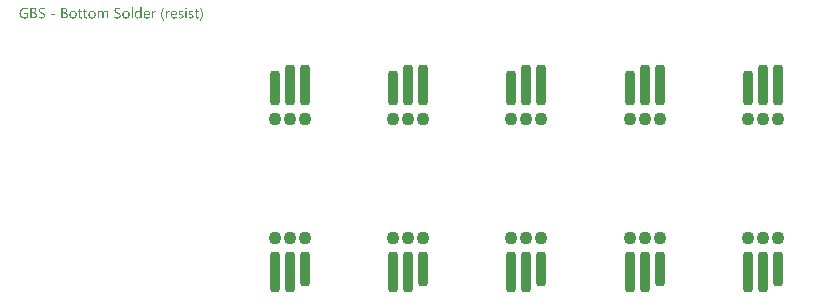
<source format=gbs>
G04*
G04 #@! TF.GenerationSoftware,Altium Limited,Altium Designer,22.2.1 (43)*
G04*
G04 Layer_Color=16711935*
%FSLAX44Y44*%
%MOMM*%
G71*
G04*
G04 #@! TF.SameCoordinates,D623FA85-85CE-4992-9740-CC304F3E23A8*
G04*
G04*
G04 #@! TF.FilePolarity,Negative*
G04*
G01*
G75*
%ADD16C,0.1500*%
G04:AMPARAMS|DCode=19|XSize=0.9mm|YSize=3.45mm|CornerRadius=0.351mm|HoleSize=0mm|Usage=FLASHONLY|Rotation=0.000|XOffset=0mm|YOffset=0mm|HoleType=Round|Shape=RoundedRectangle|*
%AMROUNDEDRECTD19*
21,1,0.9000,2.7480,0,0,0.0*
21,1,0.1980,3.4500,0,0,0.0*
1,1,0.7020,0.0990,-1.3740*
1,1,0.7020,-0.0990,-1.3740*
1,1,0.7020,-0.0990,1.3740*
1,1,0.7020,0.0990,1.3740*
%
%ADD19ROUNDEDRECTD19*%
G04:AMPARAMS|DCode=20|XSize=0.9mm|YSize=2.95mm|CornerRadius=0.351mm|HoleSize=0mm|Usage=FLASHONLY|Rotation=0.000|XOffset=0mm|YOffset=0mm|HoleType=Round|Shape=RoundedRectangle|*
%AMROUNDEDRECTD20*
21,1,0.9000,2.2480,0,0,0.0*
21,1,0.1980,2.9500,0,0,0.0*
1,1,0.7020,0.0990,-1.1240*
1,1,0.7020,-0.0990,-1.1240*
1,1,0.7020,-0.0990,1.1240*
1,1,0.7020,0.0990,1.1240*
%
%ADD20ROUNDEDRECTD20*%
%ADD21C,1.1000*%
G36*
X446102Y264874D02*
X446173Y264859D01*
X446243Y264835D01*
X446322Y264796D01*
X446400Y264749D01*
X446479Y264686D01*
X446487Y264678D01*
X446510Y264655D01*
X446542Y264615D01*
X446581Y264561D01*
X446612Y264490D01*
X446644Y264411D01*
X446667Y264317D01*
X446675Y264215D01*
X446675Y264199D01*
X446675Y264168D01*
X446667Y264121D01*
X446652Y264050D01*
X446628Y263980D01*
X446589Y263901D01*
X446542Y263823D01*
X446479Y263744D01*
X446471Y263736D01*
X446447Y263713D01*
X446400Y263681D01*
X446345Y263650D01*
X446275Y263619D01*
X446196Y263587D01*
X446110Y263564D01*
X446008Y263556D01*
X445961Y263556D01*
X445914Y263564D01*
X445843Y263579D01*
X445773Y263603D01*
X445694Y263634D01*
X445616Y263674D01*
X445537Y263736D01*
X445529Y263744D01*
X445506Y263768D01*
X445474Y263815D01*
X445443Y263870D01*
X445411Y263933D01*
X445380Y264019D01*
X445356Y264113D01*
X445349Y264215D01*
X445349Y264231D01*
X445349Y264262D01*
X445356Y264317D01*
X445372Y264380D01*
X445396Y264459D01*
X445427Y264537D01*
X445474Y264615D01*
X445537Y264686D01*
X445545Y264694D01*
X445569Y264718D01*
X445616Y264749D01*
X445671Y264788D01*
X445741Y264820D01*
X445820Y264851D01*
X445906Y264874D01*
X446008Y264882D01*
X446055Y264882D01*
X446102Y264874D01*
X446102Y264874D02*
G37*
G36*
X388752Y264631D02*
X388862Y264631D01*
X388988Y264623D01*
X389129Y264615D01*
X389278Y264600D01*
X389592Y264561D01*
X389906Y264506D01*
X390063Y264466D01*
X390204Y264427D01*
X390346Y264372D01*
X390463Y264317D01*
X390463Y263140D01*
X390456Y263148D01*
X390424Y263163D01*
X390385Y263187D01*
X390322Y263226D01*
X390244Y263265D01*
X390149Y263313D01*
X390040Y263368D01*
X389914Y263415D01*
X389773Y263470D01*
X389616Y263517D01*
X389451Y263564D01*
X389270Y263603D01*
X389082Y263642D01*
X388878Y263666D01*
X388658Y263681D01*
X388431Y263689D01*
X388305Y263689D01*
X388219Y263681D01*
X388117Y263674D01*
X387999Y263658D01*
X387873Y263642D01*
X387748Y263619D01*
X387732Y263619D01*
X387693Y263603D01*
X387630Y263587D01*
X387544Y263564D01*
X387450Y263532D01*
X387347Y263493D01*
X387238Y263438D01*
X387136Y263383D01*
X387128Y263375D01*
X387089Y263352D01*
X387041Y263320D01*
X386979Y263273D01*
X386916Y263211D01*
X386837Y263140D01*
X386767Y263061D01*
X386704Y262967D01*
X386696Y262959D01*
X386680Y262920D01*
X386649Y262865D01*
X386626Y262794D01*
X386594Y262708D01*
X386563Y262598D01*
X386547Y262481D01*
X386539Y262347D01*
X386539Y262332D01*
X386539Y262292D01*
X386547Y262222D01*
X386555Y262143D01*
X386571Y262049D01*
X386594Y261947D01*
X386626Y261845D01*
X386665Y261751D01*
X386673Y261743D01*
X386688Y261711D01*
X386720Y261664D01*
X386759Y261602D01*
X386814Y261531D01*
X386877Y261452D01*
X386955Y261374D01*
X387041Y261296D01*
X387049Y261288D01*
X387089Y261264D01*
X387144Y261217D01*
X387214Y261170D01*
X387300Y261107D01*
X387402Y261044D01*
X387520Y260966D01*
X387646Y260895D01*
X387654Y260895D01*
X387662Y260887D01*
X387709Y260864D01*
X387787Y260825D01*
X387881Y260770D01*
X388007Y260715D01*
X388148Y260644D01*
X388305Y260565D01*
X388470Y260479D01*
X388478Y260479D01*
X388493Y260471D01*
X388517Y260456D01*
X388548Y260440D01*
X388596Y260416D01*
X388643Y260393D01*
X388760Y260330D01*
X388902Y260252D01*
X389058Y260165D01*
X389216Y260079D01*
X389380Y259977D01*
X389388Y259977D01*
X389396Y259969D01*
X389420Y259953D01*
X389451Y259930D01*
X389537Y259875D01*
X389639Y259804D01*
X389757Y259718D01*
X389883Y259624D01*
X390008Y259514D01*
X390134Y259396D01*
X390149Y259380D01*
X390189Y259341D01*
X390244Y259278D01*
X390322Y259192D01*
X390401Y259090D01*
X390487Y258972D01*
X390565Y258839D01*
X390644Y258698D01*
X390644Y258690D01*
X390652Y258682D01*
X390660Y258658D01*
X390675Y258627D01*
X390707Y258549D01*
X390746Y258446D01*
X390777Y258313D01*
X390809Y258164D01*
X390832Y257999D01*
X390840Y257819D01*
X390840Y257811D01*
X390840Y257787D01*
X390840Y257756D01*
X390840Y257709D01*
X390832Y257654D01*
X390825Y257583D01*
X390817Y257512D01*
X390809Y257434D01*
X390777Y257253D01*
X390730Y257065D01*
X390667Y256877D01*
X390581Y256696D01*
X390581Y256688D01*
X390573Y256673D01*
X390558Y256649D01*
X390534Y256618D01*
X390479Y256539D01*
X390401Y256429D01*
X390299Y256312D01*
X390181Y256186D01*
X390040Y256068D01*
X389883Y255951D01*
X389875Y255951D01*
X389859Y255935D01*
X389836Y255927D01*
X389804Y255903D01*
X389765Y255880D01*
X389710Y255856D01*
X389592Y255794D01*
X389443Y255731D01*
X389270Y255660D01*
X389082Y255597D01*
X388870Y255542D01*
X388862Y255542D01*
X388847Y255535D01*
X388815Y255535D01*
X388768Y255527D01*
X388721Y255511D01*
X388658Y255503D01*
X388588Y255495D01*
X388501Y255480D01*
X388321Y255456D01*
X388117Y255440D01*
X387897Y255425D01*
X387662Y255417D01*
X387575Y255417D01*
X387520Y255425D01*
X387442Y255425D01*
X387347Y255433D01*
X387245Y255440D01*
X387136Y255456D01*
X387120Y255456D01*
X387081Y255464D01*
X387018Y255472D01*
X386939Y255480D01*
X386845Y255495D01*
X386735Y255511D01*
X386626Y255527D01*
X386500Y255550D01*
X386484Y255550D01*
X386445Y255558D01*
X386382Y255574D01*
X386304Y255597D01*
X386209Y255613D01*
X386107Y255644D01*
X385888Y255707D01*
X385872Y255715D01*
X385841Y255723D01*
X385786Y255746D01*
X385723Y255770D01*
X385652Y255801D01*
X385574Y255841D01*
X385495Y255880D01*
X385425Y255927D01*
X385425Y257159D01*
X385433Y257151D01*
X385464Y257128D01*
X385511Y257089D01*
X385566Y257049D01*
X385644Y256994D01*
X385731Y256940D01*
X385825Y256877D01*
X385935Y256822D01*
X385951Y256814D01*
X385990Y256798D01*
X386045Y256767D01*
X386123Y256735D01*
X386217Y256696D01*
X386319Y256649D01*
X386437Y256602D01*
X386555Y256563D01*
X386571Y256555D01*
X386610Y256547D01*
X386680Y256531D01*
X386759Y256508D01*
X386861Y256476D01*
X386971Y256453D01*
X387214Y256406D01*
X387230Y256406D01*
X387269Y256398D01*
X387332Y256390D01*
X387418Y256382D01*
X387512Y256367D01*
X387614Y256359D01*
X387826Y256351D01*
X387920Y256351D01*
X387983Y256359D01*
X388062Y256359D01*
X388156Y256367D01*
X388258Y256382D01*
X388368Y256398D01*
X388603Y256437D01*
X388839Y256500D01*
X389066Y256586D01*
X389168Y256641D01*
X389263Y256704D01*
X389270Y256712D01*
X389286Y256720D01*
X389310Y256743D01*
X389341Y256775D01*
X389372Y256806D01*
X389412Y256853D01*
X389459Y256908D01*
X389506Y256971D01*
X389545Y257041D01*
X389592Y257112D01*
X389671Y257293D01*
X389694Y257395D01*
X389718Y257505D01*
X389734Y257614D01*
X389741Y257740D01*
X389741Y257748D01*
X389741Y257756D01*
X389741Y257803D01*
X389734Y257866D01*
X389726Y257952D01*
X389702Y258054D01*
X389679Y258156D01*
X389639Y258266D01*
X389584Y258368D01*
X389576Y258384D01*
X389553Y258415D01*
X389522Y258462D01*
X389474Y258533D01*
X389412Y258603D01*
X389333Y258690D01*
X389247Y258768D01*
X389145Y258855D01*
X389129Y258862D01*
X389098Y258894D01*
X389035Y258941D01*
X388956Y258996D01*
X388854Y259059D01*
X388745Y259129D01*
X388619Y259208D01*
X388478Y259278D01*
X388470Y259278D01*
X388462Y259286D01*
X388438Y259302D01*
X388415Y259318D01*
X388336Y259357D01*
X388234Y259412D01*
X388109Y259475D01*
X387968Y259545D01*
X387818Y259624D01*
X387654Y259710D01*
X387646Y259710D01*
X387630Y259718D01*
X387607Y259734D01*
X387575Y259749D01*
X387489Y259796D01*
X387371Y259859D01*
X387238Y259930D01*
X387089Y260008D01*
X386782Y260189D01*
X386775Y260189D01*
X386767Y260197D01*
X386743Y260212D01*
X386712Y260228D01*
X386641Y260283D01*
X386547Y260346D01*
X386437Y260424D01*
X386319Y260518D01*
X386202Y260613D01*
X386084Y260723D01*
X386068Y260738D01*
X386037Y260777D01*
X385982Y260832D01*
X385911Y260911D01*
X385841Y261013D01*
X385762Y261123D01*
X385684Y261248D01*
X385613Y261382D01*
X385613Y261390D01*
X385605Y261397D01*
X385597Y261421D01*
X385589Y261452D01*
X385558Y261531D01*
X385527Y261633D01*
X385495Y261758D01*
X385464Y261908D01*
X385448Y262073D01*
X385440Y262253D01*
X385440Y262261D01*
X385440Y262276D01*
X385440Y262316D01*
X385448Y262355D01*
X385448Y262410D01*
X385456Y262473D01*
X385472Y262614D01*
X385503Y262779D01*
X385550Y262959D01*
X385621Y263140D01*
X385707Y263313D01*
X385707Y263320D01*
X385723Y263336D01*
X385739Y263360D01*
X385754Y263391D01*
X385817Y263470D01*
X385896Y263579D01*
X385998Y263697D01*
X386115Y263823D01*
X386249Y263940D01*
X386406Y264058D01*
X386414Y264058D01*
X386429Y264074D01*
X386453Y264090D01*
X386484Y264105D01*
X386523Y264129D01*
X386571Y264160D01*
X386696Y264223D01*
X386845Y264294D01*
X387010Y264364D01*
X387198Y264435D01*
X387402Y264490D01*
X387410Y264490D01*
X387426Y264498D01*
X387457Y264506D01*
X387497Y264513D01*
X387552Y264521D01*
X387607Y264537D01*
X387677Y264553D01*
X387756Y264568D01*
X387928Y264592D01*
X388117Y264615D01*
X388329Y264631D01*
X388540Y264639D01*
X388666Y264639D01*
X388752Y264631D01*
X388752Y264631D02*
G37*
G36*
X324543Y264631D02*
X324653Y264631D01*
X324779Y264623D01*
X324920Y264615D01*
X325069Y264600D01*
X325383Y264561D01*
X325697Y264506D01*
X325854Y264466D01*
X325995Y264427D01*
X326136Y264372D01*
X326254Y264317D01*
X326254Y263140D01*
X326246Y263148D01*
X326215Y263163D01*
X326175Y263187D01*
X326113Y263226D01*
X326034Y263265D01*
X325940Y263313D01*
X325830Y263368D01*
X325705Y263415D01*
X325563Y263470D01*
X325406Y263517D01*
X325242Y263564D01*
X325061Y263603D01*
X324873Y263642D01*
X324669Y263666D01*
X324449Y263681D01*
X324221Y263689D01*
X324096Y263689D01*
X324009Y263681D01*
X323907Y263674D01*
X323790Y263658D01*
X323664Y263642D01*
X323538Y263619D01*
X323523Y263619D01*
X323484Y263603D01*
X323421Y263587D01*
X323334Y263564D01*
X323240Y263532D01*
X323138Y263493D01*
X323028Y263438D01*
X322926Y263383D01*
X322918Y263375D01*
X322879Y263352D01*
X322832Y263320D01*
X322769Y263273D01*
X322706Y263211D01*
X322628Y263140D01*
X322557Y263061D01*
X322495Y262967D01*
X322487Y262959D01*
X322471Y262920D01*
X322440Y262865D01*
X322416Y262794D01*
X322385Y262708D01*
X322353Y262598D01*
X322338Y262481D01*
X322330Y262347D01*
X322330Y262332D01*
X322330Y262292D01*
X322338Y262222D01*
X322345Y262143D01*
X322361Y262049D01*
X322385Y261947D01*
X322416Y261845D01*
X322455Y261751D01*
X322463Y261743D01*
X322479Y261711D01*
X322510Y261664D01*
X322550Y261602D01*
X322604Y261531D01*
X322667Y261452D01*
X322746Y261374D01*
X322832Y261296D01*
X322840Y261288D01*
X322879Y261264D01*
X322934Y261217D01*
X323005Y261170D01*
X323091Y261107D01*
X323193Y261044D01*
X323311Y260966D01*
X323436Y260895D01*
X323444Y260895D01*
X323452Y260887D01*
X323499Y260864D01*
X323578Y260825D01*
X323672Y260770D01*
X323797Y260715D01*
X323939Y260644D01*
X324096Y260565D01*
X324260Y260479D01*
X324268Y260479D01*
X324284Y260471D01*
X324308Y260456D01*
X324339Y260440D01*
X324386Y260416D01*
X324433Y260393D01*
X324551Y260330D01*
X324692Y260252D01*
X324849Y260165D01*
X325006Y260079D01*
X325171Y259977D01*
X325179Y259977D01*
X325187Y259969D01*
X325210Y259953D01*
X325242Y259930D01*
X325328Y259875D01*
X325430Y259804D01*
X325548Y259718D01*
X325673Y259624D01*
X325799Y259514D01*
X325924Y259396D01*
X325940Y259380D01*
X325979Y259341D01*
X326034Y259278D01*
X326113Y259192D01*
X326191Y259090D01*
X326278Y258972D01*
X326356Y258839D01*
X326435Y258698D01*
X326435Y258690D01*
X326442Y258682D01*
X326450Y258658D01*
X326466Y258627D01*
X326497Y258549D01*
X326537Y258446D01*
X326568Y258313D01*
X326599Y258164D01*
X326623Y257999D01*
X326631Y257819D01*
X326631Y257811D01*
X326631Y257787D01*
X326631Y257756D01*
X326631Y257709D01*
X326623Y257654D01*
X326615Y257583D01*
X326607Y257512D01*
X326599Y257434D01*
X326568Y257253D01*
X326521Y257065D01*
X326458Y256877D01*
X326372Y256696D01*
X326372Y256688D01*
X326364Y256673D01*
X326348Y256649D01*
X326325Y256618D01*
X326270Y256539D01*
X326191Y256429D01*
X326089Y256312D01*
X325971Y256186D01*
X325830Y256068D01*
X325673Y255951D01*
X325665Y255951D01*
X325650Y255935D01*
X325626Y255927D01*
X325595Y255903D01*
X325555Y255880D01*
X325501Y255856D01*
X325383Y255794D01*
X325234Y255731D01*
X325061Y255660D01*
X324873Y255597D01*
X324661Y255542D01*
X324653Y255542D01*
X324637Y255535D01*
X324606Y255535D01*
X324559Y255527D01*
X324512Y255511D01*
X324449Y255503D01*
X324378Y255495D01*
X324292Y255480D01*
X324111Y255456D01*
X323907Y255440D01*
X323688Y255425D01*
X323452Y255417D01*
X323366Y255417D01*
X323311Y255425D01*
X323232Y255425D01*
X323138Y255433D01*
X323036Y255440D01*
X322926Y255456D01*
X322910Y255456D01*
X322871Y255464D01*
X322808Y255472D01*
X322730Y255480D01*
X322636Y255495D01*
X322526Y255511D01*
X322416Y255527D01*
X322290Y255550D01*
X322275Y255550D01*
X322236Y255558D01*
X322173Y255574D01*
X322094Y255597D01*
X322000Y255613D01*
X321898Y255644D01*
X321678Y255707D01*
X321663Y255715D01*
X321631Y255723D01*
X321576Y255746D01*
X321513Y255770D01*
X321443Y255801D01*
X321364Y255841D01*
X321286Y255880D01*
X321215Y255927D01*
X321215Y257159D01*
X321223Y257151D01*
X321255Y257128D01*
X321302Y257089D01*
X321357Y257049D01*
X321435Y256994D01*
X321521Y256940D01*
X321615Y256877D01*
X321725Y256822D01*
X321741Y256814D01*
X321780Y256798D01*
X321835Y256767D01*
X321914Y256735D01*
X322008Y256696D01*
X322110Y256649D01*
X322228Y256602D01*
X322345Y256563D01*
X322361Y256555D01*
X322400Y256547D01*
X322471Y256531D01*
X322550Y256508D01*
X322651Y256476D01*
X322761Y256453D01*
X323005Y256406D01*
X323020Y256406D01*
X323060Y256398D01*
X323122Y256390D01*
X323209Y256382D01*
X323303Y256367D01*
X323405Y256359D01*
X323617Y256351D01*
X323711Y256351D01*
X323774Y256359D01*
X323852Y256359D01*
X323946Y256367D01*
X324049Y256382D01*
X324159Y256398D01*
X324394Y256437D01*
X324629Y256500D01*
X324857Y256586D01*
X324959Y256641D01*
X325053Y256704D01*
X325061Y256712D01*
X325077Y256720D01*
X325100Y256743D01*
X325132Y256775D01*
X325163Y256806D01*
X325202Y256853D01*
X325249Y256908D01*
X325297Y256971D01*
X325336Y257041D01*
X325383Y257112D01*
X325461Y257293D01*
X325485Y257395D01*
X325508Y257505D01*
X325524Y257614D01*
X325532Y257740D01*
X325532Y257748D01*
X325532Y257756D01*
X325532Y257803D01*
X325524Y257866D01*
X325516Y257952D01*
X325493Y258054D01*
X325469Y258156D01*
X325430Y258266D01*
X325375Y258368D01*
X325367Y258384D01*
X325344Y258415D01*
X325312Y258462D01*
X325265Y258533D01*
X325202Y258603D01*
X325124Y258690D01*
X325037Y258768D01*
X324935Y258855D01*
X324920Y258862D01*
X324888Y258894D01*
X324826Y258941D01*
X324747Y258996D01*
X324645Y259059D01*
X324535Y259129D01*
X324410Y259208D01*
X324268Y259278D01*
X324260Y259278D01*
X324253Y259286D01*
X324229Y259302D01*
X324206Y259318D01*
X324127Y259357D01*
X324025Y259412D01*
X323899Y259475D01*
X323758Y259545D01*
X323609Y259624D01*
X323444Y259710D01*
X323436Y259710D01*
X323421Y259718D01*
X323397Y259734D01*
X323366Y259749D01*
X323279Y259796D01*
X323162Y259859D01*
X323028Y259930D01*
X322879Y260008D01*
X322573Y260189D01*
X322565Y260189D01*
X322557Y260197D01*
X322534Y260212D01*
X322502Y260228D01*
X322432Y260283D01*
X322338Y260346D01*
X322228Y260424D01*
X322110Y260518D01*
X321992Y260613D01*
X321875Y260723D01*
X321859Y260738D01*
X321827Y260777D01*
X321772Y260832D01*
X321702Y260911D01*
X321631Y261013D01*
X321553Y261123D01*
X321474Y261248D01*
X321404Y261382D01*
X321404Y261390D01*
X321396Y261397D01*
X321388Y261421D01*
X321380Y261452D01*
X321349Y261531D01*
X321317Y261633D01*
X321286Y261758D01*
X321255Y261908D01*
X321239Y262073D01*
X321231Y262253D01*
X321231Y262261D01*
X321231Y262276D01*
X321231Y262316D01*
X321239Y262355D01*
X321239Y262410D01*
X321247Y262473D01*
X321262Y262614D01*
X321294Y262779D01*
X321341Y262959D01*
X321411Y263140D01*
X321498Y263313D01*
X321498Y263320D01*
X321513Y263336D01*
X321529Y263360D01*
X321545Y263391D01*
X321608Y263470D01*
X321686Y263579D01*
X321788Y263697D01*
X321906Y263823D01*
X322039Y263940D01*
X322196Y264058D01*
X322204Y264058D01*
X322220Y264074D01*
X322243Y264090D01*
X322275Y264105D01*
X322314Y264129D01*
X322361Y264160D01*
X322487Y264223D01*
X322636Y264294D01*
X322801Y264364D01*
X322989Y264435D01*
X323193Y264490D01*
X323201Y264490D01*
X323217Y264498D01*
X323248Y264506D01*
X323287Y264513D01*
X323342Y264521D01*
X323397Y264537D01*
X323468Y264553D01*
X323546Y264568D01*
X323719Y264592D01*
X323907Y264615D01*
X324119Y264631D01*
X324331Y264639D01*
X324457Y264639D01*
X324543Y264631D01*
X324543Y264631D02*
G37*
G36*
X309874Y264631D02*
X310000Y264623D01*
X310149Y264615D01*
X310306Y264600D01*
X310486Y264576D01*
X310675Y264553D01*
X310871Y264521D01*
X311075Y264482D01*
X311279Y264435D01*
X311483Y264380D01*
X311687Y264317D01*
X311891Y264247D01*
X312080Y264160D01*
X312080Y263006D01*
X312064Y263014D01*
X312032Y263038D01*
X311970Y263069D01*
X311891Y263116D01*
X311781Y263163D01*
X311656Y263226D01*
X311514Y263281D01*
X311350Y263352D01*
X311177Y263415D01*
X310981Y263477D01*
X310769Y263532D01*
X310541Y263579D01*
X310298Y263626D01*
X310047Y263658D01*
X309788Y263681D01*
X309513Y263689D01*
X309450Y263689D01*
X309372Y263681D01*
X309262Y263674D01*
X309136Y263658D01*
X308987Y263634D01*
X308822Y263603D01*
X308642Y263564D01*
X308453Y263509D01*
X308257Y263438D01*
X308053Y263352D01*
X307841Y263250D01*
X307637Y263132D01*
X307441Y262999D01*
X307245Y262834D01*
X307056Y262653D01*
X307048Y262645D01*
X307017Y262606D01*
X306970Y262551D01*
X306907Y262465D01*
X306837Y262363D01*
X306750Y262245D01*
X306664Y262096D01*
X306578Y261931D01*
X306491Y261751D01*
X306405Y261547D01*
X306319Y261327D01*
X306248Y261091D01*
X306185Y260840D01*
X306138Y260573D01*
X306107Y260283D01*
X306099Y259985D01*
X306099Y259977D01*
X306099Y259969D01*
X306099Y259946D01*
X306099Y259914D01*
X306099Y259867D01*
X306107Y259820D01*
X306115Y259702D01*
X306122Y259561D01*
X306146Y259396D01*
X306169Y259216D01*
X306209Y259019D01*
X306256Y258808D01*
X306319Y258588D01*
X306389Y258368D01*
X306476Y258140D01*
X306578Y257921D01*
X306695Y257709D01*
X306829Y257505D01*
X306986Y257316D01*
X306994Y257308D01*
X307025Y257277D01*
X307080Y257230D01*
X307150Y257167D01*
X307237Y257097D01*
X307347Y257010D01*
X307472Y256924D01*
X307621Y256838D01*
X307786Y256743D01*
X307967Y256657D01*
X308163Y256579D01*
X308383Y256500D01*
X308610Y256437D01*
X308862Y256390D01*
X309121Y256359D01*
X309403Y256351D01*
X309505Y256351D01*
X309576Y256359D01*
X309670Y256367D01*
X309772Y256374D01*
X309890Y256382D01*
X310023Y256406D01*
X310157Y256422D01*
X310306Y256453D01*
X310604Y256523D01*
X310761Y256571D01*
X310910Y256633D01*
X311059Y256696D01*
X311208Y256767D01*
X311208Y259270D01*
X309254Y259270D01*
X309254Y260220D01*
X312260Y260220D01*
X312260Y256170D01*
X312244Y256162D01*
X312197Y256139D01*
X312127Y256100D01*
X312024Y256053D01*
X311899Y255998D01*
X311750Y255935D01*
X311577Y255864D01*
X311381Y255794D01*
X311169Y255723D01*
X310934Y255652D01*
X310690Y255590D01*
X310431Y255535D01*
X310157Y255487D01*
X309866Y255448D01*
X309576Y255425D01*
X309270Y255417D01*
X309183Y255417D01*
X309144Y255425D01*
X309089Y255425D01*
X309026Y255433D01*
X308956Y255433D01*
X308791Y255456D01*
X308603Y255480D01*
X308398Y255519D01*
X308171Y255574D01*
X307928Y255637D01*
X307676Y255715D01*
X307417Y255817D01*
X307158Y255935D01*
X306899Y256076D01*
X306648Y256241D01*
X306405Y256429D01*
X306177Y256641D01*
X306162Y256657D01*
X306130Y256696D01*
X306067Y256767D01*
X305997Y256869D01*
X305903Y256987D01*
X305808Y257136D01*
X305699Y257316D01*
X305589Y257512D01*
X305479Y257732D01*
X305369Y257983D01*
X305275Y258250D01*
X305180Y258541D01*
X305110Y258847D01*
X305047Y259184D01*
X305016Y259537D01*
X305000Y259906D01*
X305000Y259914D01*
X305000Y259930D01*
X305000Y259961D01*
X305000Y260000D01*
X305008Y260047D01*
X305008Y260110D01*
X305016Y260173D01*
X305024Y260252D01*
X305031Y260338D01*
X305039Y260424D01*
X305071Y260628D01*
X305110Y260864D01*
X305165Y261107D01*
X305236Y261374D01*
X305322Y261649D01*
X305424Y261931D01*
X305549Y262214D01*
X305706Y262496D01*
X305879Y262779D01*
X306083Y263046D01*
X306311Y263305D01*
X306326Y263320D01*
X306374Y263360D01*
X306444Y263430D01*
X306546Y263517D01*
X306680Y263611D01*
X306829Y263729D01*
X307009Y263846D01*
X307221Y263972D01*
X307449Y264097D01*
X307700Y264215D01*
X307967Y264333D01*
X308265Y264427D01*
X308579Y264513D01*
X308909Y264584D01*
X309262Y264623D01*
X309631Y264639D01*
X309772Y264639D01*
X309874Y264631D01*
X309874Y264631D02*
G37*
G36*
X408476Y255566D02*
X407456Y255566D01*
X407456Y256641D01*
X407432Y256641D01*
X407424Y256625D01*
X407401Y256586D01*
X407354Y256531D01*
X407299Y256453D01*
X407220Y256359D01*
X407134Y256257D01*
X407024Y256147D01*
X406891Y256029D01*
X406749Y255911D01*
X406585Y255801D01*
X406404Y255699D01*
X406208Y255605D01*
X405996Y255527D01*
X405760Y255472D01*
X405509Y255433D01*
X405242Y255417D01*
X405187Y255417D01*
X405125Y255425D01*
X405046Y255433D01*
X404944Y255440D01*
X404826Y255464D01*
X404693Y255487D01*
X404552Y255527D01*
X404403Y255566D01*
X404246Y255629D01*
X404089Y255692D01*
X403924Y255778D01*
X403767Y255872D01*
X403610Y255990D01*
X403461Y256123D01*
X403319Y256272D01*
X403312Y256280D01*
X403288Y256312D01*
X403257Y256359D01*
X403210Y256429D01*
X403155Y256516D01*
X403092Y256618D01*
X403029Y256743D01*
X402966Y256885D01*
X402896Y257041D01*
X402833Y257214D01*
X402770Y257410D01*
X402715Y257614D01*
X402668Y257834D01*
X402637Y258078D01*
X402613Y258329D01*
X402605Y258596D01*
X402605Y258603D01*
X402605Y258611D01*
X402605Y258635D01*
X402605Y258666D01*
X402613Y258745D01*
X402621Y258855D01*
X402629Y258996D01*
X402645Y259145D01*
X402668Y259318D01*
X402707Y259506D01*
X402747Y259702D01*
X402801Y259914D01*
X402864Y260118D01*
X402943Y260338D01*
X403029Y260542D01*
X403139Y260746D01*
X403257Y260942D01*
X403398Y261131D01*
X403406Y261138D01*
X403437Y261170D01*
X403484Y261217D01*
X403547Y261280D01*
X403625Y261350D01*
X403720Y261437D01*
X403837Y261523D01*
X403963Y261609D01*
X404112Y261696D01*
X404269Y261782D01*
X404442Y261868D01*
X404630Y261939D01*
X404834Y262002D01*
X405054Y262049D01*
X405282Y262080D01*
X405525Y262088D01*
X405580Y262088D01*
X405650Y262080D01*
X405737Y262073D01*
X405847Y262057D01*
X405972Y262033D01*
X406106Y262002D01*
X406255Y261963D01*
X406412Y261908D01*
X406569Y261837D01*
X406726Y261751D01*
X406883Y261649D01*
X407032Y261531D01*
X407181Y261397D01*
X407314Y261233D01*
X407432Y261052D01*
X407456Y261052D01*
X407456Y265000D01*
X408476Y265000D01*
X408476Y255566D01*
X408476Y255566D02*
G37*
G36*
X450772Y262080D02*
X450843Y262080D01*
X450929Y262073D01*
X451023Y262065D01*
X451125Y262049D01*
X451361Y262017D01*
X451604Y261963D01*
X451863Y261892D01*
X452114Y261798D01*
X452114Y260762D01*
X452106Y260770D01*
X452083Y260785D01*
X452043Y260801D01*
X451989Y260832D01*
X451926Y260872D01*
X451847Y260911D01*
X451753Y260950D01*
X451651Y260997D01*
X451533Y261036D01*
X451416Y261076D01*
X451282Y261115D01*
X451141Y261154D01*
X450984Y261186D01*
X450827Y261201D01*
X450670Y261217D01*
X450497Y261225D01*
X450395Y261225D01*
X450325Y261217D01*
X450246Y261209D01*
X450160Y261193D01*
X449979Y261154D01*
X449972Y261154D01*
X449940Y261146D01*
X449901Y261131D01*
X449846Y261107D01*
X449720Y261052D01*
X449587Y260974D01*
X449579Y260966D01*
X449563Y260950D01*
X449532Y260927D01*
X449493Y260895D01*
X449406Y260809D01*
X449328Y260691D01*
X449328Y260683D01*
X449312Y260660D01*
X449304Y260628D01*
X449289Y260581D01*
X449273Y260534D01*
X449257Y260471D01*
X449249Y260401D01*
X449242Y260330D01*
X449242Y260322D01*
X449242Y260291D01*
X449249Y260244D01*
X449249Y260181D01*
X449265Y260118D01*
X449281Y260047D01*
X449296Y259977D01*
X449328Y259906D01*
X449336Y259898D01*
X449344Y259875D01*
X449367Y259844D01*
X449399Y259804D01*
X449438Y259765D01*
X449477Y259710D01*
X449595Y259608D01*
X449603Y259600D01*
X449626Y259585D01*
X449665Y259561D01*
X449712Y259529D01*
X449775Y259498D01*
X449846Y259459D01*
X449932Y259412D01*
X450019Y259373D01*
X450027Y259365D01*
X450066Y259357D01*
X450113Y259333D01*
X450183Y259310D01*
X450270Y259270D01*
X450364Y259231D01*
X450466Y259192D01*
X450584Y259145D01*
X450592Y259145D01*
X450599Y259137D01*
X450623Y259129D01*
X450654Y259121D01*
X450733Y259090D01*
X450835Y259043D01*
X450953Y258996D01*
X451086Y258941D01*
X451219Y258878D01*
X451345Y258815D01*
X451353Y258815D01*
X451361Y258808D01*
X451400Y258784D01*
X451463Y258752D01*
X451541Y258705D01*
X451635Y258643D01*
X451730Y258580D01*
X451824Y258501D01*
X451918Y258423D01*
X451926Y258415D01*
X451957Y258384D01*
X451996Y258344D01*
X452051Y258282D01*
X452106Y258211D01*
X452169Y258125D01*
X452224Y258030D01*
X452279Y257928D01*
X452287Y257913D01*
X452303Y257881D01*
X452318Y257819D01*
X452342Y257740D01*
X452365Y257646D01*
X452389Y257536D01*
X452397Y257410D01*
X452405Y257269D01*
X452405Y257261D01*
X452405Y257246D01*
X452405Y257222D01*
X452405Y257191D01*
X452397Y257104D01*
X452381Y256987D01*
X452350Y256861D01*
X452318Y256720D01*
X452263Y256579D01*
X452193Y256445D01*
X452185Y256429D01*
X452153Y256390D01*
X452106Y256327D01*
X452043Y256241D01*
X451965Y256155D01*
X451871Y256053D01*
X451761Y255958D01*
X451635Y255864D01*
X451620Y255856D01*
X451573Y255825D01*
X451502Y255786D01*
X451408Y255739D01*
X451290Y255684D01*
X451149Y255629D01*
X451000Y255574D01*
X450835Y255527D01*
X450827Y255527D01*
X450811Y255519D01*
X450788Y255519D01*
X450756Y255511D01*
X450717Y255503D01*
X450670Y255495D01*
X450552Y255472D01*
X450403Y255448D01*
X450246Y255433D01*
X450074Y255425D01*
X449885Y255417D01*
X449791Y255417D01*
X449720Y255425D01*
X449634Y255425D01*
X449540Y255440D01*
X449422Y255448D01*
X449304Y255464D01*
X449171Y255487D01*
X449038Y255511D01*
X448755Y255574D01*
X448465Y255668D01*
X448323Y255731D01*
X448182Y255794D01*
X448182Y256885D01*
X448190Y256877D01*
X448221Y256861D01*
X448268Y256830D01*
X448331Y256790D01*
X448410Y256743D01*
X448496Y256688D01*
X448606Y256633D01*
X448724Y256579D01*
X448857Y256523D01*
X448998Y256469D01*
X449147Y256414D01*
X449304Y256367D01*
X449477Y256327D01*
X449650Y256296D01*
X449830Y256280D01*
X450019Y256272D01*
X450074Y256272D01*
X450144Y256280D01*
X450230Y256288D01*
X450333Y256304D01*
X450442Y256320D01*
X450568Y256351D01*
X450694Y256382D01*
X450811Y256429D01*
X450937Y256492D01*
X451047Y256563D01*
X451149Y256649D01*
X451235Y256751D01*
X451306Y256869D01*
X451345Y257010D01*
X451361Y257089D01*
X451361Y257167D01*
X451361Y257175D01*
X451361Y257214D01*
X451353Y257261D01*
X451345Y257316D01*
X451329Y257387D01*
X451314Y257458D01*
X451282Y257528D01*
X451243Y257599D01*
X451235Y257607D01*
X451219Y257630D01*
X451196Y257662D01*
X451165Y257709D01*
X451117Y257756D01*
X451070Y257811D01*
X451007Y257858D01*
X450937Y257913D01*
X450929Y257921D01*
X450905Y257936D01*
X450858Y257960D01*
X450803Y257999D01*
X450741Y258038D01*
X450662Y258078D01*
X450568Y258117D01*
X450474Y258156D01*
X450458Y258164D01*
X450427Y258172D01*
X450372Y258195D01*
X450301Y258227D01*
X450223Y258266D01*
X450121Y258305D01*
X450019Y258344D01*
X449909Y258391D01*
X449901Y258391D01*
X449893Y258399D01*
X449869Y258407D01*
X449838Y258423D01*
X449760Y258454D01*
X449658Y258493D01*
X449540Y258549D01*
X449414Y258603D01*
X449289Y258666D01*
X449163Y258729D01*
X449147Y258737D01*
X449108Y258760D01*
X449053Y258792D01*
X448975Y258839D01*
X448888Y258902D01*
X448802Y258964D01*
X448708Y259035D01*
X448622Y259114D01*
X448614Y259121D01*
X448590Y259153D01*
X448551Y259192D01*
X448504Y259255D01*
X448449Y259326D01*
X448394Y259412D01*
X448347Y259498D01*
X448300Y259600D01*
X448292Y259616D01*
X448284Y259647D01*
X448268Y259710D01*
X448253Y259781D01*
X448229Y259875D01*
X448213Y259985D01*
X448206Y260110D01*
X448198Y260244D01*
X448198Y260252D01*
X448198Y260267D01*
X448198Y260291D01*
X448198Y260322D01*
X448206Y260401D01*
X448221Y260511D01*
X448245Y260636D01*
X448284Y260770D01*
X448331Y260903D01*
X448402Y261036D01*
X448402Y261044D01*
X448410Y261052D01*
X448441Y261091D01*
X448488Y261154D01*
X448543Y261241D01*
X448622Y261327D01*
X448716Y261421D01*
X448826Y261523D01*
X448943Y261609D01*
X448951Y261609D01*
X448959Y261617D01*
X449006Y261649D01*
X449077Y261688D01*
X449171Y261743D01*
X449289Y261798D01*
X449422Y261861D01*
X449571Y261915D01*
X449728Y261963D01*
X449736Y261963D01*
X449752Y261970D01*
X449775Y261978D01*
X449807Y261986D01*
X449846Y261994D01*
X449893Y262002D01*
X450003Y262025D01*
X450144Y262049D01*
X450293Y262073D01*
X450458Y262080D01*
X450631Y262088D01*
X450709Y262088D01*
X450772Y262080D01*
X450772Y262080D02*
G37*
G36*
X442280Y262080D02*
X442351Y262080D01*
X442437Y262073D01*
X442531Y262065D01*
X442633Y262049D01*
X442868Y262017D01*
X443112Y261963D01*
X443371Y261892D01*
X443622Y261798D01*
X443622Y260762D01*
X443614Y260770D01*
X443591Y260785D01*
X443551Y260801D01*
X443496Y260832D01*
X443434Y260872D01*
X443355Y260911D01*
X443261Y260950D01*
X443159Y260997D01*
X443041Y261036D01*
X442924Y261076D01*
X442790Y261115D01*
X442649Y261154D01*
X442492Y261186D01*
X442335Y261201D01*
X442178Y261217D01*
X442005Y261225D01*
X441903Y261225D01*
X441833Y261217D01*
X441754Y261209D01*
X441668Y261193D01*
X441487Y261154D01*
X441479Y261154D01*
X441448Y261146D01*
X441409Y261131D01*
X441354Y261107D01*
X441228Y261052D01*
X441095Y260974D01*
X441087Y260966D01*
X441071Y260950D01*
X441040Y260927D01*
X441001Y260895D01*
X440914Y260809D01*
X440836Y260691D01*
X440836Y260683D01*
X440820Y260660D01*
X440812Y260628D01*
X440797Y260581D01*
X440781Y260534D01*
X440765Y260471D01*
X440757Y260401D01*
X440749Y260330D01*
X440749Y260322D01*
X440749Y260291D01*
X440757Y260244D01*
X440757Y260181D01*
X440773Y260118D01*
X440789Y260047D01*
X440804Y259977D01*
X440836Y259906D01*
X440844Y259898D01*
X440851Y259875D01*
X440875Y259844D01*
X440906Y259804D01*
X440946Y259765D01*
X440985Y259710D01*
X441103Y259608D01*
X441110Y259600D01*
X441134Y259585D01*
X441173Y259561D01*
X441220Y259529D01*
X441283Y259498D01*
X441354Y259459D01*
X441440Y259412D01*
X441526Y259373D01*
X441534Y259365D01*
X441573Y259357D01*
X441621Y259333D01*
X441691Y259310D01*
X441778Y259270D01*
X441872Y259231D01*
X441974Y259192D01*
X442091Y259145D01*
X442099Y259145D01*
X442107Y259137D01*
X442131Y259129D01*
X442162Y259121D01*
X442241Y259090D01*
X442343Y259043D01*
X442460Y258996D01*
X442594Y258941D01*
X442727Y258878D01*
X442853Y258815D01*
X442861Y258815D01*
X442868Y258808D01*
X442908Y258784D01*
X442971Y258752D01*
X443049Y258705D01*
X443143Y258643D01*
X443237Y258580D01*
X443332Y258501D01*
X443426Y258423D01*
X443434Y258415D01*
X443465Y258384D01*
X443504Y258344D01*
X443559Y258282D01*
X443614Y258211D01*
X443677Y258125D01*
X443732Y258030D01*
X443787Y257928D01*
X443795Y257913D01*
X443810Y257881D01*
X443826Y257819D01*
X443850Y257740D01*
X443873Y257646D01*
X443897Y257536D01*
X443904Y257410D01*
X443912Y257269D01*
X443912Y257261D01*
X443912Y257246D01*
X443912Y257222D01*
X443912Y257191D01*
X443904Y257104D01*
X443889Y256987D01*
X443857Y256861D01*
X443826Y256720D01*
X443771Y256579D01*
X443700Y256445D01*
X443693Y256429D01*
X443661Y256390D01*
X443614Y256327D01*
X443551Y256241D01*
X443473Y256155D01*
X443379Y256053D01*
X443269Y255958D01*
X443143Y255864D01*
X443128Y255856D01*
X443080Y255825D01*
X443010Y255786D01*
X442916Y255739D01*
X442798Y255684D01*
X442657Y255629D01*
X442508Y255574D01*
X442343Y255527D01*
X442335Y255527D01*
X442319Y255519D01*
X442296Y255519D01*
X442264Y255511D01*
X442225Y255503D01*
X442178Y255495D01*
X442060Y255472D01*
X441911Y255448D01*
X441754Y255433D01*
X441581Y255425D01*
X441393Y255417D01*
X441299Y255417D01*
X441228Y255425D01*
X441142Y255425D01*
X441048Y255440D01*
X440930Y255448D01*
X440812Y255464D01*
X440679Y255487D01*
X440545Y255511D01*
X440263Y255574D01*
X439972Y255668D01*
X439831Y255731D01*
X439690Y255794D01*
X439690Y256885D01*
X439698Y256877D01*
X439729Y256861D01*
X439776Y256830D01*
X439839Y256790D01*
X439917Y256743D01*
X440004Y256688D01*
X440114Y256633D01*
X440231Y256579D01*
X440365Y256523D01*
X440506Y256469D01*
X440655Y256414D01*
X440812Y256367D01*
X440985Y256327D01*
X441157Y256296D01*
X441338Y256280D01*
X441526Y256272D01*
X441581Y256272D01*
X441652Y256280D01*
X441738Y256288D01*
X441840Y256304D01*
X441950Y256320D01*
X442076Y256351D01*
X442201Y256382D01*
X442319Y256429D01*
X442445Y256492D01*
X442555Y256563D01*
X442657Y256649D01*
X442743Y256751D01*
X442814Y256869D01*
X442853Y257010D01*
X442868Y257089D01*
X442868Y257167D01*
X442868Y257175D01*
X442868Y257214D01*
X442861Y257261D01*
X442853Y257316D01*
X442837Y257387D01*
X442821Y257458D01*
X442790Y257528D01*
X442751Y257599D01*
X442743Y257607D01*
X442727Y257630D01*
X442704Y257662D01*
X442672Y257709D01*
X442625Y257756D01*
X442578Y257811D01*
X442515Y257858D01*
X442445Y257913D01*
X442437Y257921D01*
X442413Y257936D01*
X442366Y257960D01*
X442311Y257999D01*
X442248Y258038D01*
X442170Y258078D01*
X442076Y258117D01*
X441982Y258156D01*
X441966Y258164D01*
X441935Y258172D01*
X441880Y258195D01*
X441809Y258227D01*
X441730Y258266D01*
X441628Y258305D01*
X441526Y258344D01*
X441417Y258391D01*
X441409Y258391D01*
X441401Y258399D01*
X441377Y258407D01*
X441346Y258423D01*
X441267Y258454D01*
X441165Y258493D01*
X441048Y258549D01*
X440922Y258603D01*
X440797Y258666D01*
X440671Y258729D01*
X440655Y258737D01*
X440616Y258760D01*
X440561Y258792D01*
X440483Y258839D01*
X440396Y258902D01*
X440310Y258964D01*
X440216Y259035D01*
X440129Y259114D01*
X440121Y259121D01*
X440098Y259153D01*
X440059Y259192D01*
X440012Y259255D01*
X439957Y259326D01*
X439902Y259412D01*
X439855Y259498D01*
X439808Y259600D01*
X439800Y259616D01*
X439792Y259647D01*
X439776Y259710D01*
X439761Y259781D01*
X439737Y259875D01*
X439721Y259985D01*
X439713Y260110D01*
X439706Y260244D01*
X439706Y260252D01*
X439706Y260267D01*
X439706Y260291D01*
X439706Y260322D01*
X439713Y260401D01*
X439729Y260511D01*
X439753Y260636D01*
X439792Y260770D01*
X439839Y260903D01*
X439910Y261036D01*
X439910Y261044D01*
X439917Y261052D01*
X439949Y261091D01*
X439996Y261154D01*
X440051Y261241D01*
X440129Y261327D01*
X440224Y261421D01*
X440333Y261523D01*
X440451Y261609D01*
X440459Y261609D01*
X440467Y261617D01*
X440514Y261649D01*
X440585Y261688D01*
X440679Y261743D01*
X440797Y261798D01*
X440930Y261861D01*
X441079Y261915D01*
X441236Y261963D01*
X441244Y261963D01*
X441260Y261970D01*
X441283Y261978D01*
X441315Y261986D01*
X441354Y261994D01*
X441401Y262002D01*
X441511Y262025D01*
X441652Y262049D01*
X441801Y262073D01*
X441966Y262080D01*
X442139Y262088D01*
X442217Y262088D01*
X442280Y262080D01*
X442280Y262080D02*
G37*
G36*
X378275Y262080D02*
X378322Y262080D01*
X378377Y262073D01*
X378510Y262049D01*
X378667Y262010D01*
X378848Y261955D01*
X379036Y261868D01*
X379232Y261766D01*
X379334Y261696D01*
X379428Y261625D01*
X379523Y261547D01*
X379617Y261452D01*
X379711Y261350D01*
X379797Y261241D01*
X379876Y261123D01*
X379954Y260989D01*
X380025Y260848D01*
X380088Y260691D01*
X380143Y260526D01*
X380197Y260346D01*
X380229Y260157D01*
X380260Y259946D01*
X380276Y259726D01*
X380284Y259490D01*
X380284Y255566D01*
X379263Y255566D01*
X379263Y259223D01*
X379263Y259239D01*
X379263Y259270D01*
X379263Y259326D01*
X379256Y259396D01*
X379256Y259482D01*
X379248Y259585D01*
X379240Y259694D01*
X379224Y259812D01*
X379185Y260063D01*
X379122Y260314D01*
X379091Y260440D01*
X379044Y260550D01*
X378989Y260660D01*
X378934Y260754D01*
X378934Y260762D01*
X378918Y260777D01*
X378902Y260801D01*
X378871Y260825D01*
X378840Y260864D01*
X378793Y260903D01*
X378738Y260942D01*
X378675Y260989D01*
X378604Y261036D01*
X378526Y261076D01*
X378432Y261115D01*
X378337Y261154D01*
X378228Y261178D01*
X378102Y261201D01*
X377976Y261217D01*
X377835Y261225D01*
X377772Y261225D01*
X377725Y261217D01*
X377670Y261209D01*
X377607Y261193D01*
X377450Y261154D01*
X377364Y261123D01*
X377278Y261076D01*
X377184Y261029D01*
X377097Y260974D01*
X377003Y260903D01*
X376909Y260825D01*
X376815Y260730D01*
X376728Y260628D01*
X376721Y260620D01*
X376713Y260605D01*
X376689Y260565D01*
X376658Y260526D01*
X376626Y260464D01*
X376587Y260393D01*
X376540Y260314D01*
X376501Y260228D01*
X376461Y260126D01*
X376414Y260016D01*
X376375Y259898D01*
X376344Y259773D01*
X376312Y259639D01*
X376297Y259498D01*
X376281Y259357D01*
X376273Y259200D01*
X376273Y255566D01*
X375253Y255566D01*
X375253Y259349D01*
X375253Y259357D01*
X375253Y259373D01*
X375253Y259396D01*
X375253Y259428D01*
X375245Y259475D01*
X375245Y259522D01*
X375229Y259639D01*
X375206Y259781D01*
X375174Y259946D01*
X375135Y260110D01*
X375072Y260291D01*
X374994Y260464D01*
X374900Y260628D01*
X374782Y260793D01*
X374641Y260934D01*
X374476Y261052D01*
X374382Y261099D01*
X374280Y261146D01*
X374170Y261178D01*
X374060Y261201D01*
X373934Y261217D01*
X373801Y261225D01*
X373738Y261225D01*
X373691Y261217D01*
X373628Y261209D01*
X373565Y261193D01*
X373408Y261154D01*
X373322Y261123D01*
X373236Y261084D01*
X373142Y261044D01*
X373047Y260989D01*
X372953Y260919D01*
X372859Y260848D01*
X372773Y260762D01*
X372686Y260660D01*
X372678Y260652D01*
X372671Y260636D01*
X372647Y260605D01*
X372616Y260558D01*
X372584Y260503D01*
X372553Y260440D01*
X372514Y260361D01*
X372474Y260267D01*
X372427Y260165D01*
X372388Y260055D01*
X372357Y259938D01*
X372325Y259812D01*
X372294Y259671D01*
X372270Y259522D01*
X372262Y259365D01*
X372255Y259200D01*
X372255Y255566D01*
X371234Y255566D01*
X371234Y261939D01*
X372255Y261939D01*
X372255Y260927D01*
X372278Y260927D01*
X372286Y260942D01*
X372310Y260974D01*
X372349Y261036D01*
X372404Y261107D01*
X372474Y261193D01*
X372561Y261296D01*
X372663Y261397D01*
X372780Y261507D01*
X372914Y261617D01*
X373063Y261719D01*
X373228Y261821D01*
X373401Y261908D01*
X373597Y261978D01*
X373809Y262041D01*
X374029Y262073D01*
X374264Y262088D01*
X374327Y262088D01*
X374374Y262080D01*
X374429Y262080D01*
X374499Y262073D01*
X374570Y262057D01*
X374649Y262041D01*
X374829Y262002D01*
X375017Y261931D01*
X375206Y261845D01*
X375300Y261782D01*
X375394Y261719D01*
X375402Y261711D01*
X375418Y261704D01*
X375441Y261680D01*
X375473Y261656D01*
X375559Y261570D01*
X375661Y261468D01*
X375771Y261327D01*
X375881Y261162D01*
X375983Y260974D01*
X376061Y260762D01*
X376069Y260777D01*
X376093Y260817D01*
X376140Y260887D01*
X376195Y260966D01*
X376273Y261068D01*
X376359Y261186D01*
X376469Y261303D01*
X376595Y261429D01*
X376736Y261547D01*
X376893Y261672D01*
X377066Y261782D01*
X377254Y261884D01*
X377466Y261963D01*
X377686Y262033D01*
X377929Y262073D01*
X378180Y262088D01*
X378235Y262088D01*
X378275Y262080D01*
X378275Y262080D02*
G37*
G36*
X431833Y262041D02*
X431920Y262041D01*
X432014Y262025D01*
X432116Y262010D01*
X432218Y261994D01*
X432304Y261963D01*
X432304Y260903D01*
X432289Y260911D01*
X432257Y260934D01*
X432194Y260966D01*
X432108Y261005D01*
X431990Y261044D01*
X431865Y261076D01*
X431708Y261099D01*
X431527Y261107D01*
X431465Y261107D01*
X431417Y261099D01*
X431362Y261091D01*
X431300Y261076D01*
X431151Y261029D01*
X431064Y260997D01*
X430978Y260958D01*
X430884Y260903D01*
X430789Y260848D01*
X430703Y260777D01*
X430609Y260691D01*
X430523Y260597D01*
X430436Y260487D01*
X430429Y260479D01*
X430421Y260456D01*
X430397Y260424D01*
X430366Y260377D01*
X430334Y260314D01*
X430295Y260236D01*
X430256Y260150D01*
X430217Y260047D01*
X430177Y259938D01*
X430138Y259812D01*
X430099Y259671D01*
X430067Y259522D01*
X430036Y259357D01*
X430013Y259184D01*
X430005Y259004D01*
X429997Y258808D01*
X429997Y255566D01*
X428977Y255566D01*
X428977Y261939D01*
X429997Y261939D01*
X429997Y260620D01*
X430020Y260620D01*
X430020Y260628D01*
X430028Y260652D01*
X430044Y260683D01*
X430060Y260730D01*
X430083Y260785D01*
X430115Y260856D01*
X430185Y261005D01*
X430279Y261178D01*
X430397Y261350D01*
X430531Y261515D01*
X430687Y261672D01*
X430695Y261680D01*
X430711Y261688D01*
X430735Y261704D01*
X430766Y261735D01*
X430805Y261758D01*
X430860Y261790D01*
X430978Y261861D01*
X431127Y261931D01*
X431300Y261994D01*
X431488Y262033D01*
X431590Y262041D01*
X431692Y262049D01*
X431755Y262049D01*
X431833Y262041D01*
X431833Y262041D02*
G37*
G36*
X420061Y262041D02*
X420147Y262041D01*
X420241Y262025D01*
X420343Y262010D01*
X420445Y261994D01*
X420531Y261963D01*
X420531Y260903D01*
X420516Y260911D01*
X420484Y260934D01*
X420421Y260966D01*
X420335Y261005D01*
X420218Y261044D01*
X420092Y261076D01*
X419935Y261099D01*
X419754Y261107D01*
X419692Y261107D01*
X419645Y261099D01*
X419590Y261091D01*
X419527Y261076D01*
X419378Y261029D01*
X419291Y260997D01*
X419205Y260958D01*
X419111Y260903D01*
X419017Y260848D01*
X418930Y260777D01*
X418836Y260691D01*
X418750Y260597D01*
X418663Y260487D01*
X418656Y260479D01*
X418648Y260456D01*
X418624Y260424D01*
X418593Y260377D01*
X418561Y260314D01*
X418522Y260236D01*
X418483Y260150D01*
X418444Y260047D01*
X418404Y259938D01*
X418365Y259812D01*
X418326Y259671D01*
X418295Y259522D01*
X418263Y259357D01*
X418240Y259184D01*
X418232Y259004D01*
X418224Y258808D01*
X418224Y255566D01*
X417204Y255566D01*
X417204Y261939D01*
X418224Y261939D01*
X418224Y260620D01*
X418247Y260620D01*
X418247Y260628D01*
X418255Y260652D01*
X418271Y260683D01*
X418287Y260730D01*
X418310Y260785D01*
X418342Y260856D01*
X418412Y261005D01*
X418507Y261178D01*
X418624Y261350D01*
X418758Y261515D01*
X418915Y261672D01*
X418923Y261680D01*
X418938Y261688D01*
X418962Y261704D01*
X418993Y261735D01*
X419032Y261758D01*
X419087Y261790D01*
X419205Y261861D01*
X419354Y261931D01*
X419527Y261994D01*
X419715Y262033D01*
X419817Y262041D01*
X419919Y262049D01*
X419982Y262049D01*
X420061Y262041D01*
X420061Y262041D02*
G37*
G36*
X335029Y258713D02*
X331630Y258713D01*
X331630Y259514D01*
X335029Y259514D01*
X335029Y258713D01*
X335029Y258713D02*
G37*
G36*
X446502Y255566D02*
X445482Y255566D01*
X445482Y261939D01*
X446502Y261939D01*
X446502Y255566D01*
X446502Y255566D02*
G37*
G36*
X400973Y255566D02*
X399952Y255566D01*
X399952Y265000D01*
X400973Y265000D01*
X400973Y255566D01*
X400973Y255566D02*
G37*
G36*
X343223Y264482D02*
X343317Y264474D01*
X343427Y264459D01*
X343552Y264443D01*
X343694Y264419D01*
X343835Y264388D01*
X343984Y264349D01*
X344141Y264301D01*
X344290Y264247D01*
X344447Y264184D01*
X344588Y264105D01*
X344730Y264019D01*
X344863Y263917D01*
X344871Y263909D01*
X344894Y263893D01*
X344926Y263862D01*
X344965Y263815D01*
X345020Y263760D01*
X345075Y263689D01*
X345138Y263611D01*
X345201Y263524D01*
X345263Y263422D01*
X345326Y263313D01*
X345381Y263187D01*
X345436Y263061D01*
X345475Y262920D01*
X345507Y262771D01*
X345530Y262614D01*
X345538Y262449D01*
X345538Y262441D01*
X345538Y262418D01*
X345538Y262379D01*
X345530Y262324D01*
X345522Y262253D01*
X345514Y262182D01*
X345507Y262096D01*
X345491Y262002D01*
X345436Y261790D01*
X345365Y261570D01*
X345318Y261452D01*
X345263Y261343D01*
X345201Y261233D01*
X345130Y261123D01*
X345122Y261115D01*
X345114Y261099D01*
X345091Y261068D01*
X345051Y261029D01*
X345012Y260989D01*
X344965Y260934D01*
X344902Y260879D01*
X344840Y260817D01*
X344761Y260754D01*
X344675Y260683D01*
X344580Y260620D01*
X344478Y260550D01*
X344369Y260487D01*
X344259Y260432D01*
X344000Y260330D01*
X344000Y260306D01*
X344008Y260306D01*
X344039Y260299D01*
X344086Y260291D01*
X344149Y260283D01*
X344227Y260267D01*
X344314Y260244D01*
X344416Y260212D01*
X344518Y260181D01*
X344745Y260095D01*
X344871Y260040D01*
X344989Y259969D01*
X345106Y259898D01*
X345224Y259820D01*
X345342Y259726D01*
X345444Y259624D01*
X345452Y259616D01*
X345467Y259600D01*
X345491Y259569D01*
X345530Y259522D01*
X345569Y259459D01*
X345616Y259396D01*
X345664Y259310D01*
X345719Y259223D01*
X345766Y259121D01*
X345813Y259004D01*
X345860Y258886D01*
X345899Y258752D01*
X345938Y258603D01*
X345962Y258454D01*
X345978Y258297D01*
X345985Y258125D01*
X345985Y258109D01*
X345985Y258078D01*
X345978Y258015D01*
X345970Y257936D01*
X345962Y257834D01*
X345938Y257724D01*
X345915Y257599D01*
X345883Y257465D01*
X345836Y257316D01*
X345781Y257167D01*
X345719Y257018D01*
X345640Y256861D01*
X345546Y256704D01*
X345436Y256555D01*
X345310Y256414D01*
X345161Y256272D01*
X345154Y256264D01*
X345122Y256241D01*
X345075Y256210D01*
X345012Y256162D01*
X344934Y256108D01*
X344832Y256053D01*
X344722Y255982D01*
X344596Y255919D01*
X344447Y255856D01*
X344290Y255794D01*
X344125Y255731D01*
X343937Y255676D01*
X343741Y255629D01*
X343537Y255597D01*
X343317Y255574D01*
X343089Y255566D01*
X340491Y255566D01*
X340491Y264490D01*
X343136Y264490D01*
X343223Y264482D01*
X343223Y264482D02*
G37*
G36*
X317063Y264482D02*
X317157Y264474D01*
X317267Y264459D01*
X317393Y264443D01*
X317534Y264419D01*
X317675Y264388D01*
X317825Y264349D01*
X317982Y264301D01*
X318131Y264247D01*
X318288Y264184D01*
X318429Y264105D01*
X318570Y264019D01*
X318704Y263917D01*
X318711Y263909D01*
X318735Y263893D01*
X318766Y263862D01*
X318806Y263815D01*
X318861Y263760D01*
X318916Y263689D01*
X318978Y263611D01*
X319041Y263524D01*
X319104Y263422D01*
X319167Y263313D01*
X319222Y263187D01*
X319277Y263061D01*
X319316Y262920D01*
X319347Y262771D01*
X319371Y262614D01*
X319379Y262449D01*
X319379Y262441D01*
X319379Y262418D01*
X319379Y262379D01*
X319371Y262324D01*
X319363Y262253D01*
X319355Y262182D01*
X319347Y262096D01*
X319332Y262002D01*
X319277Y261790D01*
X319206Y261570D01*
X319159Y261452D01*
X319104Y261343D01*
X319041Y261233D01*
X318971Y261123D01*
X318963Y261115D01*
X318955Y261099D01*
X318931Y261068D01*
X318892Y261029D01*
X318853Y260989D01*
X318806Y260934D01*
X318743Y260879D01*
X318680Y260817D01*
X318602Y260754D01*
X318515Y260683D01*
X318421Y260620D01*
X318319Y260550D01*
X318209Y260487D01*
X318099Y260432D01*
X317840Y260330D01*
X317840Y260306D01*
X317848Y260306D01*
X317880Y260299D01*
X317927Y260291D01*
X317990Y260283D01*
X318068Y260267D01*
X318154Y260244D01*
X318256Y260212D01*
X318358Y260181D01*
X318586Y260095D01*
X318711Y260040D01*
X318829Y259969D01*
X318947Y259898D01*
X319065Y259820D01*
X319182Y259726D01*
X319284Y259624D01*
X319292Y259616D01*
X319308Y259600D01*
X319332Y259569D01*
X319371Y259522D01*
X319410Y259459D01*
X319457Y259396D01*
X319504Y259310D01*
X319559Y259223D01*
X319606Y259121D01*
X319653Y259004D01*
X319701Y258886D01*
X319740Y258752D01*
X319779Y258603D01*
X319802Y258454D01*
X319818Y258297D01*
X319826Y258125D01*
X319826Y258109D01*
X319826Y258078D01*
X319818Y258015D01*
X319810Y257936D01*
X319802Y257834D01*
X319779Y257724D01*
X319755Y257599D01*
X319724Y257465D01*
X319677Y257316D01*
X319622Y257167D01*
X319559Y257018D01*
X319481Y256861D01*
X319387Y256704D01*
X319277Y256555D01*
X319151Y256414D01*
X319002Y256272D01*
X318994Y256264D01*
X318963Y256241D01*
X318916Y256210D01*
X318853Y256162D01*
X318774Y256108D01*
X318672Y256053D01*
X318562Y255982D01*
X318437Y255919D01*
X318288Y255856D01*
X318131Y255794D01*
X317966Y255731D01*
X317778Y255676D01*
X317581Y255629D01*
X317377Y255597D01*
X317157Y255574D01*
X316930Y255566D01*
X314332Y255566D01*
X314332Y264490D01*
X316977Y264490D01*
X317063Y264482D01*
X317063Y264482D02*
G37*
G36*
X455324Y261939D02*
X456933Y261939D01*
X456933Y261060D01*
X455324Y261060D01*
X455324Y257473D01*
X455324Y257465D01*
X455324Y257442D01*
X455324Y257410D01*
X455324Y257371D01*
X455332Y257316D01*
X455340Y257253D01*
X455356Y257120D01*
X455379Y256963D01*
X455418Y256814D01*
X455473Y256673D01*
X455505Y256610D01*
X455544Y256555D01*
X455552Y256547D01*
X455583Y256516D01*
X455638Y256469D01*
X455717Y256422D01*
X455819Y256367D01*
X455944Y256327D01*
X456093Y256296D01*
X456266Y256280D01*
X456329Y256280D01*
X456399Y256288D01*
X456494Y256304D01*
X456596Y256335D01*
X456713Y256367D01*
X456823Y256422D01*
X456933Y256492D01*
X456933Y255621D01*
X456925Y255621D01*
X456917Y255613D01*
X456894Y255605D01*
X456870Y255590D01*
X456784Y255558D01*
X456682Y255527D01*
X456541Y255495D01*
X456376Y255464D01*
X456188Y255440D01*
X455976Y255433D01*
X455905Y255433D01*
X455819Y255448D01*
X455717Y255464D01*
X455591Y255487D01*
X455450Y255535D01*
X455293Y255590D01*
X455144Y255668D01*
X454987Y255762D01*
X454830Y255888D01*
X454688Y256037D01*
X454626Y256123D01*
X454563Y256217D01*
X454508Y256320D01*
X454461Y256429D01*
X454414Y256547D01*
X454375Y256681D01*
X454343Y256814D01*
X454320Y256963D01*
X454312Y257120D01*
X454304Y257293D01*
X454304Y261060D01*
X453213Y261060D01*
X453213Y261939D01*
X454304Y261939D01*
X454304Y263493D01*
X455324Y263823D01*
X455324Y261939D01*
X455324Y261939D02*
G37*
G36*
X360796Y261939D02*
X362405Y261939D01*
X362405Y261060D01*
X360796Y261060D01*
X360796Y257473D01*
X360796Y257465D01*
X360796Y257442D01*
X360796Y257410D01*
X360796Y257371D01*
X360804Y257316D01*
X360811Y257253D01*
X360827Y257120D01*
X360851Y256963D01*
X360890Y256814D01*
X360945Y256673D01*
X360976Y256610D01*
X361016Y256555D01*
X361023Y256547D01*
X361055Y256516D01*
X361110Y256469D01*
X361188Y256422D01*
X361290Y256367D01*
X361416Y256327D01*
X361565Y256296D01*
X361738Y256280D01*
X361800Y256280D01*
X361871Y256288D01*
X361965Y256304D01*
X362067Y256335D01*
X362185Y256367D01*
X362295Y256422D01*
X362405Y256492D01*
X362405Y255621D01*
X362397Y255621D01*
X362389Y255613D01*
X362365Y255605D01*
X362342Y255590D01*
X362256Y255558D01*
X362154Y255527D01*
X362012Y255495D01*
X361847Y255464D01*
X361659Y255440D01*
X361447Y255433D01*
X361376Y255433D01*
X361290Y255448D01*
X361188Y255464D01*
X361063Y255487D01*
X360921Y255535D01*
X360764Y255590D01*
X360615Y255668D01*
X360458Y255762D01*
X360301Y255888D01*
X360160Y256037D01*
X360097Y256123D01*
X360034Y256217D01*
X359980Y256320D01*
X359932Y256429D01*
X359885Y256547D01*
X359846Y256681D01*
X359815Y256814D01*
X359791Y256963D01*
X359783Y257120D01*
X359775Y257293D01*
X359775Y261060D01*
X358684Y261060D01*
X358684Y261939D01*
X359775Y261939D01*
X359775Y263493D01*
X360796Y263823D01*
X360796Y261939D01*
X360796Y261939D02*
G37*
G36*
X356479Y261939D02*
X358088Y261939D01*
X358088Y261060D01*
X356479Y261060D01*
X356479Y257473D01*
X356479Y257465D01*
X356479Y257442D01*
X356479Y257410D01*
X356479Y257371D01*
X356487Y257316D01*
X356495Y257253D01*
X356510Y257120D01*
X356534Y256963D01*
X356573Y256814D01*
X356628Y256673D01*
X356660Y256610D01*
X356699Y256555D01*
X356707Y256547D01*
X356738Y256516D01*
X356793Y256469D01*
X356871Y256422D01*
X356973Y256367D01*
X357099Y256327D01*
X357248Y256296D01*
X357421Y256280D01*
X357484Y256280D01*
X357554Y256288D01*
X357648Y256304D01*
X357751Y256335D01*
X357868Y256367D01*
X357978Y256422D01*
X358088Y256492D01*
X358088Y255621D01*
X358080Y255621D01*
X358072Y255613D01*
X358049Y255605D01*
X358025Y255590D01*
X357939Y255558D01*
X357837Y255527D01*
X357696Y255495D01*
X357531Y255464D01*
X357342Y255440D01*
X357130Y255433D01*
X357060Y255433D01*
X356973Y255448D01*
X356871Y255464D01*
X356746Y255487D01*
X356605Y255535D01*
X356448Y255590D01*
X356298Y255668D01*
X356142Y255762D01*
X355984Y255888D01*
X355843Y256037D01*
X355780Y256123D01*
X355718Y256217D01*
X355663Y256320D01*
X355616Y256429D01*
X355569Y256547D01*
X355529Y256681D01*
X355498Y256814D01*
X355474Y256963D01*
X355466Y257120D01*
X355459Y257293D01*
X355459Y261060D01*
X354368Y261060D01*
X354368Y261939D01*
X355459Y261939D01*
X355459Y263493D01*
X356479Y263823D01*
X356479Y261939D01*
X356479Y261939D02*
G37*
G36*
X436032Y262080D02*
X436119Y262073D01*
X436229Y262065D01*
X436346Y262049D01*
X436480Y262017D01*
X436621Y261986D01*
X436778Y261947D01*
X436935Y261892D01*
X437092Y261821D01*
X437257Y261743D01*
X437414Y261649D01*
X437563Y261539D01*
X437712Y261413D01*
X437845Y261272D01*
X437853Y261264D01*
X437877Y261233D01*
X437908Y261186D01*
X437955Y261123D01*
X438002Y261044D01*
X438065Y260942D01*
X438128Y260825D01*
X438191Y260691D01*
X438254Y260534D01*
X438316Y260369D01*
X438379Y260181D01*
X438426Y259985D01*
X438473Y259765D01*
X438505Y259537D01*
X438528Y259286D01*
X438536Y259027D01*
X438536Y258493D01*
X434031Y258493D01*
X434031Y258478D01*
X434031Y258446D01*
X434039Y258391D01*
X434047Y258321D01*
X434055Y258227D01*
X434070Y258125D01*
X434086Y258015D01*
X434117Y257889D01*
X434188Y257622D01*
X434235Y257489D01*
X434290Y257348D01*
X434353Y257214D01*
X434423Y257081D01*
X434510Y256963D01*
X434604Y256845D01*
X434612Y256838D01*
X434627Y256822D01*
X434659Y256790D01*
X434706Y256759D01*
X434761Y256712D01*
X434832Y256665D01*
X434910Y256610D01*
X434996Y256563D01*
X435098Y256508D01*
X435216Y256453D01*
X435334Y256406D01*
X435475Y256359D01*
X435616Y256327D01*
X435773Y256296D01*
X435938Y256280D01*
X436111Y256272D01*
X436158Y256272D01*
X436213Y256280D01*
X436291Y256280D01*
X436386Y256296D01*
X436496Y256312D01*
X436621Y256335D01*
X436762Y256359D01*
X436911Y256398D01*
X437068Y256445D01*
X437233Y256500D01*
X437398Y256571D01*
X437571Y256649D01*
X437743Y256743D01*
X437916Y256853D01*
X438089Y256979D01*
X438089Y256021D01*
X438081Y256013D01*
X438050Y255998D01*
X438002Y255966D01*
X437940Y255927D01*
X437853Y255880D01*
X437751Y255833D01*
X437634Y255778D01*
X437500Y255723D01*
X437343Y255660D01*
X437178Y255605D01*
X436998Y255558D01*
X436802Y255511D01*
X436590Y255472D01*
X436362Y255440D01*
X436119Y255425D01*
X435868Y255417D01*
X435805Y255417D01*
X435742Y255425D01*
X435648Y255433D01*
X435530Y255440D01*
X435397Y255464D01*
X435255Y255487D01*
X435098Y255527D01*
X434934Y255574D01*
X434761Y255629D01*
X434580Y255699D01*
X434408Y255778D01*
X434227Y255880D01*
X434062Y255998D01*
X433898Y256131D01*
X433749Y256280D01*
X433741Y256288D01*
X433717Y256320D01*
X433678Y256374D01*
X433631Y256445D01*
X433568Y256531D01*
X433505Y256641D01*
X433434Y256767D01*
X433364Y256916D01*
X433293Y257073D01*
X433223Y257261D01*
X433160Y257458D01*
X433097Y257677D01*
X433050Y257913D01*
X433011Y258164D01*
X432987Y258439D01*
X432979Y258721D01*
X432979Y258729D01*
X432979Y258737D01*
X432979Y258760D01*
X432979Y258784D01*
X432987Y258862D01*
X432995Y258972D01*
X433003Y259098D01*
X433026Y259239D01*
X433050Y259404D01*
X433081Y259585D01*
X433128Y259773D01*
X433183Y259969D01*
X433254Y260173D01*
X433332Y260377D01*
X433427Y260573D01*
X433544Y260777D01*
X433670Y260966D01*
X433819Y261146D01*
X433827Y261154D01*
X433858Y261186D01*
X433905Y261233D01*
X433968Y261296D01*
X434055Y261366D01*
X434157Y261445D01*
X434267Y261531D01*
X434400Y261617D01*
X434541Y261704D01*
X434706Y261790D01*
X434879Y261868D01*
X435059Y261939D01*
X435255Y262002D01*
X435467Y262049D01*
X435687Y262080D01*
X435915Y262088D01*
X435970Y262088D01*
X436032Y262080D01*
X436032Y262080D02*
G37*
G36*
X413162Y262080D02*
X413248Y262073D01*
X413358Y262065D01*
X413475Y262049D01*
X413609Y262017D01*
X413750Y261986D01*
X413907Y261947D01*
X414064Y261892D01*
X414221Y261821D01*
X414386Y261743D01*
X414543Y261649D01*
X414692Y261539D01*
X414841Y261413D01*
X414975Y261272D01*
X414982Y261264D01*
X415006Y261233D01*
X415037Y261186D01*
X415084Y261123D01*
X415132Y261044D01*
X415194Y260942D01*
X415257Y260825D01*
X415320Y260691D01*
X415383Y260534D01*
X415446Y260369D01*
X415508Y260181D01*
X415555Y259985D01*
X415602Y259765D01*
X415634Y259537D01*
X415657Y259286D01*
X415665Y259027D01*
X415665Y258493D01*
X411160Y258493D01*
X411160Y258478D01*
X411160Y258446D01*
X411168Y258391D01*
X411176Y258321D01*
X411184Y258227D01*
X411199Y258125D01*
X411215Y258015D01*
X411246Y257889D01*
X411317Y257622D01*
X411364Y257489D01*
X411419Y257348D01*
X411482Y257214D01*
X411553Y257081D01*
X411639Y256963D01*
X411733Y256845D01*
X411741Y256838D01*
X411757Y256822D01*
X411788Y256790D01*
X411835Y256759D01*
X411890Y256712D01*
X411961Y256665D01*
X412039Y256610D01*
X412126Y256563D01*
X412228Y256508D01*
X412345Y256453D01*
X412463Y256406D01*
X412604Y256359D01*
X412746Y256327D01*
X412903Y256296D01*
X413067Y256280D01*
X413240Y256272D01*
X413287Y256272D01*
X413342Y256280D01*
X413421Y256280D01*
X413515Y256296D01*
X413625Y256312D01*
X413750Y256335D01*
X413891Y256359D01*
X414041Y256398D01*
X414198Y256445D01*
X414362Y256500D01*
X414527Y256571D01*
X414700Y256649D01*
X414873Y256743D01*
X415045Y256853D01*
X415218Y256979D01*
X415218Y256021D01*
X415210Y256013D01*
X415179Y255998D01*
X415132Y255966D01*
X415069Y255927D01*
X414982Y255880D01*
X414880Y255833D01*
X414763Y255778D01*
X414629Y255723D01*
X414472Y255660D01*
X414308Y255605D01*
X414127Y255558D01*
X413931Y255511D01*
X413719Y255472D01*
X413491Y255440D01*
X413248Y255425D01*
X412997Y255417D01*
X412934Y255417D01*
X412871Y255425D01*
X412777Y255433D01*
X412659Y255440D01*
X412526Y255464D01*
X412385Y255487D01*
X412228Y255527D01*
X412063Y255574D01*
X411890Y255629D01*
X411710Y255699D01*
X411537Y255778D01*
X411356Y255880D01*
X411192Y255998D01*
X411027Y256131D01*
X410878Y256280D01*
X410870Y256288D01*
X410846Y256320D01*
X410807Y256374D01*
X410760Y256445D01*
X410697Y256531D01*
X410634Y256641D01*
X410564Y256767D01*
X410493Y256916D01*
X410422Y257073D01*
X410352Y257261D01*
X410289Y257458D01*
X410226Y257677D01*
X410179Y257913D01*
X410140Y258164D01*
X410116Y258439D01*
X410108Y258721D01*
X410108Y258729D01*
X410108Y258737D01*
X410108Y258760D01*
X410108Y258784D01*
X410116Y258862D01*
X410124Y258972D01*
X410132Y259098D01*
X410156Y259239D01*
X410179Y259404D01*
X410210Y259585D01*
X410258Y259773D01*
X410312Y259969D01*
X410383Y260173D01*
X410462Y260377D01*
X410556Y260573D01*
X410674Y260777D01*
X410799Y260966D01*
X410948Y261146D01*
X410956Y261154D01*
X410988Y261186D01*
X411035Y261233D01*
X411097Y261296D01*
X411184Y261366D01*
X411286Y261445D01*
X411396Y261531D01*
X411529Y261617D01*
X411670Y261704D01*
X411835Y261790D01*
X412008Y261868D01*
X412188Y261939D01*
X412385Y262002D01*
X412597Y262049D01*
X412816Y262080D01*
X413044Y262088D01*
X413099Y262088D01*
X413162Y262080D01*
X413162Y262080D02*
G37*
G36*
X395432Y262080D02*
X395534Y262073D01*
X395651Y262065D01*
X395793Y262041D01*
X395942Y262017D01*
X396107Y261978D01*
X396287Y261931D01*
X396468Y261876D01*
X396648Y261806D01*
X396837Y261719D01*
X397017Y261617D01*
X397197Y261500D01*
X397362Y261366D01*
X397519Y261209D01*
X397527Y261201D01*
X397551Y261170D01*
X397590Y261115D01*
X397645Y261044D01*
X397708Y260958D01*
X397771Y260848D01*
X397849Y260723D01*
X397920Y260573D01*
X397998Y260409D01*
X398069Y260228D01*
X398131Y260032D01*
X398194Y259812D01*
X398249Y259577D01*
X398288Y259326D01*
X398312Y259059D01*
X398320Y258776D01*
X398320Y258768D01*
X398320Y258760D01*
X398320Y258737D01*
X398320Y258705D01*
X398312Y258627D01*
X398304Y258525D01*
X398296Y258391D01*
X398273Y258242D01*
X398249Y258078D01*
X398210Y257897D01*
X398163Y257709D01*
X398108Y257505D01*
X398037Y257300D01*
X397959Y257097D01*
X397857Y256892D01*
X397739Y256696D01*
X397606Y256508D01*
X397457Y256327D01*
X397449Y256320D01*
X397417Y256288D01*
X397370Y256241D01*
X397300Y256186D01*
X397213Y256115D01*
X397111Y256037D01*
X396986Y255958D01*
X396844Y255872D01*
X396687Y255786D01*
X396515Y255707D01*
X396326Y255629D01*
X396122Y255558D01*
X395895Y255503D01*
X395659Y255456D01*
X395416Y255425D01*
X395149Y255417D01*
X395086Y255417D01*
X395016Y255425D01*
X394914Y255433D01*
X394796Y255440D01*
X394655Y255464D01*
X394506Y255487D01*
X394341Y255527D01*
X394160Y255574D01*
X393980Y255637D01*
X393791Y255707D01*
X393603Y255794D01*
X393414Y255896D01*
X393226Y256013D01*
X393054Y256147D01*
X392889Y256304D01*
X392881Y256312D01*
X392849Y256343D01*
X392810Y256398D01*
X392755Y256469D01*
X392692Y256555D01*
X392622Y256665D01*
X392551Y256790D01*
X392473Y256940D01*
X392394Y257097D01*
X392316Y257277D01*
X392245Y257473D01*
X392182Y257685D01*
X392127Y257905D01*
X392088Y258148D01*
X392057Y258407D01*
X392049Y258674D01*
X392049Y258682D01*
X392049Y258690D01*
X392049Y258713D01*
X392049Y258745D01*
X392057Y258831D01*
X392065Y258941D01*
X392072Y259074D01*
X392096Y259231D01*
X392119Y259404D01*
X392159Y259592D01*
X392206Y259788D01*
X392261Y259993D01*
X392331Y260205D01*
X392418Y260416D01*
X392520Y260620D01*
X392630Y260817D01*
X392763Y261005D01*
X392920Y261186D01*
X392928Y261193D01*
X392959Y261225D01*
X393014Y261272D01*
X393085Y261327D01*
X393171Y261397D01*
X393281Y261468D01*
X393407Y261555D01*
X393548Y261641D01*
X393705Y261719D01*
X393885Y261806D01*
X394082Y261876D01*
X394294Y261947D01*
X394521Y262002D01*
X394765Y262049D01*
X395023Y262080D01*
X395298Y262088D01*
X395361Y262088D01*
X395432Y262080D01*
X395432Y262080D02*
G37*
G36*
X366714Y262080D02*
X366816Y262073D01*
X366933Y262065D01*
X367075Y262041D01*
X367224Y262017D01*
X367388Y261978D01*
X367569Y261931D01*
X367750Y261876D01*
X367930Y261806D01*
X368119Y261719D01*
X368299Y261617D01*
X368479Y261500D01*
X368644Y261366D01*
X368801Y261209D01*
X368809Y261201D01*
X368833Y261170D01*
X368872Y261115D01*
X368927Y261044D01*
X368990Y260958D01*
X369052Y260848D01*
X369131Y260723D01*
X369202Y260573D01*
X369280Y260409D01*
X369351Y260228D01*
X369413Y260032D01*
X369476Y259812D01*
X369531Y259577D01*
X369571Y259326D01*
X369594Y259059D01*
X369602Y258776D01*
X369602Y258768D01*
X369602Y258760D01*
X369602Y258737D01*
X369602Y258705D01*
X369594Y258627D01*
X369586Y258525D01*
X369578Y258391D01*
X369555Y258242D01*
X369531Y258078D01*
X369492Y257897D01*
X369445Y257709D01*
X369390Y257505D01*
X369319Y257300D01*
X369241Y257097D01*
X369139Y256892D01*
X369021Y256696D01*
X368888Y256508D01*
X368739Y256327D01*
X368731Y256320D01*
X368699Y256288D01*
X368652Y256241D01*
X368582Y256186D01*
X368495Y256115D01*
X368393Y256037D01*
X368268Y255958D01*
X368126Y255872D01*
X367969Y255786D01*
X367797Y255707D01*
X367608Y255629D01*
X367404Y255558D01*
X367177Y255503D01*
X366941Y255456D01*
X366698Y255425D01*
X366431Y255417D01*
X366368Y255417D01*
X366298Y255425D01*
X366196Y255433D01*
X366078Y255440D01*
X365937Y255464D01*
X365787Y255487D01*
X365623Y255527D01*
X365442Y255574D01*
X365262Y255637D01*
X365073Y255707D01*
X364885Y255794D01*
X364697Y255896D01*
X364508Y256013D01*
X364335Y256147D01*
X364171Y256304D01*
X364163Y256312D01*
X364131Y256343D01*
X364092Y256398D01*
X364037Y256469D01*
X363974Y256555D01*
X363904Y256665D01*
X363833Y256790D01*
X363755Y256940D01*
X363676Y257097D01*
X363598Y257277D01*
X363527Y257473D01*
X363464Y257685D01*
X363409Y257905D01*
X363370Y258148D01*
X363339Y258407D01*
X363331Y258674D01*
X363331Y258682D01*
X363331Y258690D01*
X363331Y258713D01*
X363331Y258745D01*
X363339Y258831D01*
X363346Y258941D01*
X363354Y259074D01*
X363378Y259231D01*
X363401Y259404D01*
X363441Y259592D01*
X363488Y259788D01*
X363543Y259993D01*
X363613Y260205D01*
X363700Y260416D01*
X363802Y260620D01*
X363912Y260817D01*
X364045Y261005D01*
X364202Y261186D01*
X364210Y261193D01*
X364241Y261225D01*
X364296Y261272D01*
X364367Y261327D01*
X364453Y261397D01*
X364563Y261468D01*
X364689Y261555D01*
X364830Y261641D01*
X364987Y261719D01*
X365167Y261806D01*
X365364Y261876D01*
X365575Y261947D01*
X365803Y262002D01*
X366046Y262049D01*
X366305Y262080D01*
X366580Y262088D01*
X366643Y262088D01*
X366714Y262080D01*
X366714Y262080D02*
G37*
G36*
X350608Y262080D02*
X350710Y262073D01*
X350828Y262065D01*
X350969Y262041D01*
X351118Y262017D01*
X351283Y261978D01*
X351464Y261931D01*
X351644Y261876D01*
X351825Y261806D01*
X352013Y261719D01*
X352194Y261617D01*
X352374Y261500D01*
X352539Y261366D01*
X352696Y261209D01*
X352704Y261201D01*
X352727Y261170D01*
X352767Y261115D01*
X352822Y261044D01*
X352884Y260958D01*
X352947Y260848D01*
X353026Y260723D01*
X353096Y260573D01*
X353175Y260409D01*
X353245Y260228D01*
X353308Y260032D01*
X353371Y259812D01*
X353426Y259577D01*
X353465Y259326D01*
X353489Y259059D01*
X353497Y258776D01*
X353497Y258768D01*
X353497Y258760D01*
X353497Y258737D01*
X353497Y258705D01*
X353489Y258627D01*
X353481Y258525D01*
X353473Y258391D01*
X353449Y258242D01*
X353426Y258078D01*
X353387Y257897D01*
X353340Y257709D01*
X353285Y257505D01*
X353214Y257300D01*
X353135Y257097D01*
X353033Y256892D01*
X352916Y256696D01*
X352782Y256508D01*
X352633Y256327D01*
X352625Y256320D01*
X352594Y256288D01*
X352547Y256241D01*
X352476Y256186D01*
X352390Y256115D01*
X352288Y256037D01*
X352162Y255958D01*
X352021Y255872D01*
X351864Y255786D01*
X351691Y255707D01*
X351503Y255629D01*
X351299Y255558D01*
X351071Y255503D01*
X350836Y255456D01*
X350592Y255425D01*
X350326Y255417D01*
X350263Y255417D01*
X350192Y255425D01*
X350090Y255433D01*
X349972Y255440D01*
X349831Y255464D01*
X349682Y255487D01*
X349517Y255527D01*
X349337Y255574D01*
X349156Y255637D01*
X348968Y255707D01*
X348779Y255794D01*
X348591Y255896D01*
X348403Y256013D01*
X348230Y256147D01*
X348065Y256304D01*
X348057Y256312D01*
X348026Y256343D01*
X347987Y256398D01*
X347932Y256469D01*
X347869Y256555D01*
X347798Y256665D01*
X347728Y256790D01*
X347649Y256940D01*
X347571Y257097D01*
X347492Y257277D01*
X347422Y257473D01*
X347359Y257685D01*
X347304Y257905D01*
X347265Y258148D01*
X347233Y258407D01*
X347225Y258674D01*
X347225Y258682D01*
X347225Y258690D01*
X347225Y258713D01*
X347225Y258745D01*
X347233Y258831D01*
X347241Y258941D01*
X347249Y259074D01*
X347273Y259231D01*
X347296Y259404D01*
X347335Y259592D01*
X347383Y259788D01*
X347437Y259993D01*
X347508Y260205D01*
X347594Y260416D01*
X347696Y260620D01*
X347806Y260817D01*
X347940Y261005D01*
X348097Y261186D01*
X348105Y261193D01*
X348136Y261225D01*
X348191Y261272D01*
X348261Y261327D01*
X348348Y261397D01*
X348458Y261468D01*
X348583Y261555D01*
X348725Y261641D01*
X348881Y261719D01*
X349062Y261806D01*
X349258Y261876D01*
X349470Y261947D01*
X349698Y262002D01*
X349941Y262049D01*
X350200Y262080D01*
X350475Y262088D01*
X350538Y262088D01*
X350608Y262080D01*
X350608Y262080D02*
G37*
G36*
X458322Y264482D02*
X458338Y264466D01*
X458362Y264427D01*
X458401Y264388D01*
X458440Y264325D01*
X458495Y264254D01*
X458550Y264176D01*
X458621Y264082D01*
X458691Y263980D01*
X458770Y263862D01*
X458848Y263736D01*
X458935Y263595D01*
X459021Y263446D01*
X459107Y263289D01*
X459194Y263124D01*
X459288Y262944D01*
X459382Y262755D01*
X459468Y262559D01*
X459555Y262355D01*
X459649Y262135D01*
X459727Y261915D01*
X459814Y261680D01*
X459884Y261445D01*
X459955Y261193D01*
X460080Y260675D01*
X460135Y260409D01*
X460175Y260134D01*
X460214Y259851D01*
X460238Y259561D01*
X460253Y259263D01*
X460261Y258964D01*
X460261Y258957D01*
X460261Y258925D01*
X460261Y258886D01*
X460261Y258823D01*
X460253Y258745D01*
X460245Y258650D01*
X460238Y258549D01*
X460230Y258423D01*
X460222Y258297D01*
X460198Y258148D01*
X460182Y257991D01*
X460159Y257826D01*
X460128Y257654D01*
X460096Y257465D01*
X460057Y257277D01*
X460018Y257081D01*
X459916Y256657D01*
X459782Y256225D01*
X459625Y255770D01*
X459539Y255542D01*
X459437Y255315D01*
X459335Y255087D01*
X459217Y254860D01*
X459092Y254632D01*
X458958Y254404D01*
X458809Y254185D01*
X458660Y253965D01*
X458495Y253753D01*
X458315Y253541D01*
X457412Y253541D01*
X457420Y253549D01*
X457435Y253565D01*
X457459Y253604D01*
X457498Y253651D01*
X457538Y253706D01*
X457593Y253776D01*
X457647Y253855D01*
X457718Y253949D01*
X457789Y254059D01*
X457859Y254177D01*
X457946Y254302D01*
X458024Y254444D01*
X458111Y254593D01*
X458197Y254750D01*
X458291Y254915D01*
X458385Y255095D01*
X458471Y255276D01*
X458566Y255472D01*
X458652Y255676D01*
X458738Y255888D01*
X458825Y256108D01*
X458903Y256335D01*
X459044Y256814D01*
X459170Y257324D01*
X459225Y257583D01*
X459264Y257850D01*
X459304Y258125D01*
X459327Y258407D01*
X459343Y258690D01*
X459351Y258980D01*
X459351Y258988D01*
X459351Y259019D01*
X459351Y259059D01*
X459351Y259121D01*
X459343Y259192D01*
X459335Y259286D01*
X459327Y259388D01*
X459319Y259506D01*
X459304Y259639D01*
X459288Y259781D01*
X459272Y259938D01*
X459249Y260103D01*
X459217Y260275D01*
X459186Y260456D01*
X459146Y260644D01*
X459107Y260848D01*
X459005Y261264D01*
X458872Y261704D01*
X458801Y261931D01*
X458715Y262159D01*
X458629Y262394D01*
X458526Y262630D01*
X458417Y262865D01*
X458299Y263101D01*
X458173Y263336D01*
X458040Y263572D01*
X457899Y263807D01*
X457742Y264035D01*
X457577Y264262D01*
X457396Y264490D01*
X458315Y264490D01*
X458322Y264482D01*
X458322Y264482D02*
G37*
G36*
X427815Y264482D02*
X427799Y264466D01*
X427776Y264427D01*
X427736Y264380D01*
X427697Y264325D01*
X427642Y264254D01*
X427579Y264168D01*
X427517Y264074D01*
X427446Y263964D01*
X427368Y263846D01*
X427289Y263713D01*
X427203Y263572D01*
X427116Y263422D01*
X427030Y263265D01*
X426936Y263093D01*
X426850Y262912D01*
X426755Y262724D01*
X426661Y262528D01*
X426575Y262316D01*
X426488Y262104D01*
X426402Y261884D01*
X426324Y261649D01*
X426175Y261162D01*
X426049Y260652D01*
X425994Y260393D01*
X425955Y260118D01*
X425916Y259844D01*
X425892Y259561D01*
X425876Y259270D01*
X425868Y258980D01*
X425868Y258972D01*
X425868Y258949D01*
X425868Y258902D01*
X425876Y258839D01*
X425876Y258768D01*
X425884Y258674D01*
X425892Y258572D01*
X425900Y258454D01*
X425916Y258329D01*
X425931Y258187D01*
X425947Y258038D01*
X425970Y257873D01*
X426002Y257701D01*
X426033Y257520D01*
X426065Y257332D01*
X426112Y257136D01*
X426214Y256720D01*
X426339Y256280D01*
X426496Y255833D01*
X426590Y255605D01*
X426685Y255370D01*
X426795Y255142D01*
X426912Y254907D01*
X427030Y254671D01*
X427171Y254444D01*
X427313Y254216D01*
X427470Y253988D01*
X427634Y253761D01*
X427807Y253541D01*
X426897Y253541D01*
X426889Y253549D01*
X426873Y253565D01*
X426850Y253596D01*
X426818Y253643D01*
X426771Y253698D01*
X426716Y253769D01*
X426661Y253847D01*
X426598Y253934D01*
X426528Y254035D01*
X426449Y254153D01*
X426371Y254271D01*
X426292Y254404D01*
X426206Y254554D01*
X426112Y254703D01*
X426025Y254867D01*
X425939Y255040D01*
X425845Y255229D01*
X425759Y255417D01*
X425664Y255621D01*
X425586Y255833D01*
X425500Y256053D01*
X425421Y256280D01*
X425343Y256516D01*
X425272Y256759D01*
X425154Y257269D01*
X425099Y257536D01*
X425060Y257803D01*
X425021Y258085D01*
X424997Y258376D01*
X424982Y258666D01*
X424974Y258964D01*
X424974Y258972D01*
X424974Y259004D01*
X424974Y259043D01*
X424982Y259106D01*
X424982Y259184D01*
X424989Y259278D01*
X424997Y259388D01*
X425005Y259506D01*
X425013Y259639D01*
X425037Y259788D01*
X425052Y259946D01*
X425076Y260110D01*
X425099Y260291D01*
X425139Y260471D01*
X425170Y260668D01*
X425217Y260872D01*
X425319Y261296D01*
X425445Y261735D01*
X425602Y262198D01*
X425688Y262426D01*
X425782Y262661D01*
X425892Y262897D01*
X426002Y263132D01*
X426128Y263368D01*
X426261Y263595D01*
X426402Y263823D01*
X426559Y264050D01*
X426724Y264270D01*
X426897Y264490D01*
X427823Y264490D01*
X427815Y264482D01*
X427815Y264482D02*
G37*
%LPC*%
G36*
X405650Y261225D02*
X405611Y261225D01*
X405564Y261217D01*
X405494Y261217D01*
X405415Y261201D01*
X405329Y261186D01*
X405227Y261170D01*
X405117Y261138D01*
X404999Y261107D01*
X404881Y261060D01*
X404764Y261005D01*
X404638Y260934D01*
X404520Y260856D01*
X404403Y260770D01*
X404285Y260660D01*
X404183Y260542D01*
X404175Y260534D01*
X404159Y260511D01*
X404136Y260471D01*
X404096Y260416D01*
X404057Y260346D01*
X404018Y260259D01*
X403963Y260165D01*
X403916Y260047D01*
X403869Y259922D01*
X403822Y259781D01*
X403775Y259624D01*
X403735Y259459D01*
X403696Y259270D01*
X403673Y259082D01*
X403657Y258870D01*
X403649Y258650D01*
X403649Y258635D01*
X403649Y258603D01*
X403649Y258541D01*
X403657Y258470D01*
X403665Y258376D01*
X403673Y258266D01*
X403688Y258148D01*
X403712Y258015D01*
X403775Y257740D01*
X403814Y257591D01*
X403861Y257450D01*
X403924Y257308D01*
X403994Y257167D01*
X404073Y257034D01*
X404159Y256908D01*
X404167Y256900D01*
X404183Y256885D01*
X404214Y256853D01*
X404253Y256806D01*
X404308Y256759D01*
X404371Y256704D01*
X404442Y256649D01*
X404528Y256594D01*
X404622Y256531D01*
X404724Y256476D01*
X404834Y256422D01*
X404960Y256374D01*
X405093Y256335D01*
X405234Y256304D01*
X405384Y256280D01*
X405541Y256272D01*
X405580Y256272D01*
X405627Y256280D01*
X405682Y256280D01*
X405752Y256288D01*
X405839Y256304D01*
X405933Y256327D01*
X406035Y256351D01*
X406145Y256382D01*
X406255Y256422D01*
X406372Y256469D01*
X406482Y256531D01*
X406600Y256602D01*
X406710Y256681D01*
X406820Y256775D01*
X406922Y256885D01*
X406930Y256892D01*
X406945Y256916D01*
X406969Y256947D01*
X407008Y256994D01*
X407048Y257057D01*
X407095Y257128D01*
X407142Y257214D01*
X407189Y257316D01*
X407236Y257418D01*
X407291Y257536D01*
X407330Y257669D01*
X407369Y257803D01*
X407409Y257952D01*
X407432Y258109D01*
X407448Y258274D01*
X407456Y258446D01*
X407456Y259380D01*
X407456Y259388D01*
X407456Y259412D01*
X407456Y259459D01*
X407448Y259514D01*
X407440Y259577D01*
X407432Y259655D01*
X407416Y259741D01*
X407393Y259836D01*
X407330Y260040D01*
X407291Y260150D01*
X407244Y260259D01*
X407181Y260369D01*
X407110Y260479D01*
X407032Y260589D01*
X406945Y260691D01*
X406938Y260699D01*
X406922Y260715D01*
X406891Y260738D01*
X406851Y260777D01*
X406804Y260817D01*
X406741Y260864D01*
X406671Y260911D01*
X406592Y260958D01*
X406506Y261005D01*
X406404Y261060D01*
X406302Y261099D01*
X406184Y261138D01*
X406059Y261178D01*
X405933Y261201D01*
X405792Y261217D01*
X405650Y261225D01*
X405650Y261225D02*
G37*
G36*
X342893Y263540D02*
X341535Y263540D01*
X341535Y260660D01*
X342689Y260660D01*
X342744Y260668D01*
X342815Y260675D01*
X342901Y260683D01*
X342995Y260691D01*
X343097Y260715D01*
X343309Y260762D01*
X343537Y260832D01*
X343647Y260879D01*
X343756Y260934D01*
X343858Y260997D01*
X343953Y261068D01*
X343960Y261076D01*
X343976Y261084D01*
X344000Y261115D01*
X344031Y261146D01*
X344070Y261186D01*
X344110Y261241D01*
X344157Y261303D01*
X344204Y261374D01*
X344243Y261452D01*
X344290Y261539D01*
X344329Y261633D01*
X344369Y261735D01*
X344400Y261853D01*
X344423Y261970D01*
X344439Y262104D01*
X344447Y262237D01*
X344447Y262253D01*
X344447Y262292D01*
X344439Y262355D01*
X344423Y262441D01*
X344392Y262543D01*
X344361Y262653D01*
X344306Y262771D01*
X344235Y262889D01*
X344141Y263014D01*
X344031Y263132D01*
X343890Y263242D01*
X343725Y263336D01*
X343631Y263383D01*
X343529Y263422D01*
X343419Y263454D01*
X343301Y263485D01*
X343176Y263509D01*
X343034Y263524D01*
X342893Y263540D01*
X342893Y263540D02*
G37*
G36*
X342736Y259718D02*
X341535Y259718D01*
X341535Y256508D01*
X343042Y256508D01*
X343105Y256516D01*
X343184Y256523D01*
X343270Y256531D01*
X343372Y256547D01*
X343482Y256563D01*
X343709Y256610D01*
X343945Y256688D01*
X344062Y256743D01*
X344172Y256798D01*
X344274Y256861D01*
X344376Y256940D01*
X344384Y256947D01*
X344400Y256963D01*
X344423Y256987D01*
X344455Y257018D01*
X344494Y257065D01*
X344541Y257120D01*
X344580Y257183D01*
X344636Y257253D01*
X344683Y257340D01*
X344722Y257426D01*
X344769Y257528D01*
X344808Y257630D01*
X344840Y257748D01*
X344863Y257873D01*
X344879Y257999D01*
X344887Y258140D01*
X344887Y258148D01*
X344887Y258156D01*
X344887Y258180D01*
X344879Y258211D01*
X344871Y258290D01*
X344855Y258384D01*
X344824Y258509D01*
X344777Y258643D01*
X344706Y258784D01*
X344620Y258933D01*
X344502Y259074D01*
X344439Y259145D01*
X344361Y259216D01*
X344282Y259286D01*
X344188Y259349D01*
X344086Y259412D01*
X343976Y259475D01*
X343858Y259522D01*
X343733Y259569D01*
X343592Y259616D01*
X343442Y259647D01*
X343285Y259679D01*
X343113Y259702D01*
X342932Y259710D01*
X342736Y259718D01*
X342736Y259718D02*
G37*
G36*
X316734Y263540D02*
X315376Y263540D01*
X315376Y260660D01*
X316530Y260660D01*
X316585Y260668D01*
X316655Y260675D01*
X316742Y260683D01*
X316836Y260691D01*
X316938Y260715D01*
X317150Y260762D01*
X317377Y260832D01*
X317487Y260879D01*
X317597Y260934D01*
X317699Y260997D01*
X317793Y261068D01*
X317801Y261076D01*
X317817Y261084D01*
X317840Y261115D01*
X317872Y261146D01*
X317911Y261186D01*
X317950Y261241D01*
X317997Y261303D01*
X318044Y261374D01*
X318084Y261452D01*
X318131Y261539D01*
X318170Y261633D01*
X318209Y261735D01*
X318241Y261853D01*
X318264Y261970D01*
X318280Y262104D01*
X318288Y262237D01*
X318288Y262253D01*
X318288Y262292D01*
X318280Y262355D01*
X318264Y262441D01*
X318233Y262543D01*
X318201Y262653D01*
X318146Y262771D01*
X318076Y262889D01*
X317982Y263014D01*
X317872Y263132D01*
X317731Y263242D01*
X317566Y263336D01*
X317472Y263383D01*
X317369Y263422D01*
X317260Y263454D01*
X317142Y263485D01*
X317016Y263509D01*
X316875Y263524D01*
X316734Y263540D01*
X316734Y263540D02*
G37*
G36*
X316577Y259718D02*
X315376Y259718D01*
X315376Y256508D01*
X316883Y256508D01*
X316946Y256516D01*
X317024Y256523D01*
X317110Y256531D01*
X317212Y256547D01*
X317322Y256563D01*
X317550Y256610D01*
X317785Y256688D01*
X317903Y256743D01*
X318013Y256798D01*
X318115Y256861D01*
X318217Y256940D01*
X318225Y256947D01*
X318241Y256963D01*
X318264Y256987D01*
X318296Y257018D01*
X318335Y257065D01*
X318382Y257120D01*
X318421Y257183D01*
X318476Y257253D01*
X318523Y257340D01*
X318562Y257426D01*
X318610Y257528D01*
X318649Y257630D01*
X318680Y257748D01*
X318704Y257873D01*
X318719Y257999D01*
X318727Y258140D01*
X318727Y258148D01*
X318727Y258156D01*
X318727Y258180D01*
X318719Y258211D01*
X318711Y258290D01*
X318696Y258384D01*
X318664Y258509D01*
X318617Y258643D01*
X318547Y258784D01*
X318460Y258933D01*
X318343Y259074D01*
X318280Y259145D01*
X318201Y259216D01*
X318123Y259286D01*
X318029Y259349D01*
X317927Y259412D01*
X317817Y259475D01*
X317699Y259522D01*
X317574Y259569D01*
X317432Y259616D01*
X317283Y259647D01*
X317126Y259679D01*
X316953Y259702D01*
X316773Y259710D01*
X316577Y259718D01*
X316577Y259718D02*
G37*
G36*
X435899Y261225D02*
X435828Y261225D01*
X435781Y261217D01*
X435718Y261209D01*
X435640Y261201D01*
X435561Y261186D01*
X435475Y261162D01*
X435279Y261099D01*
X435177Y261060D01*
X435075Y261005D01*
X434973Y260950D01*
X434863Y260879D01*
X434769Y260801D01*
X434667Y260707D01*
X434659Y260699D01*
X434643Y260683D01*
X434620Y260652D01*
X434588Y260613D01*
X434549Y260558D01*
X434502Y260503D01*
X434455Y260424D01*
X434400Y260346D01*
X434345Y260252D01*
X434298Y260150D01*
X434243Y260040D01*
X434196Y259922D01*
X434149Y259788D01*
X434109Y259655D01*
X434070Y259506D01*
X434047Y259357D01*
X437492Y259357D01*
X437492Y259365D01*
X437492Y259396D01*
X437492Y259443D01*
X437484Y259506D01*
X437477Y259577D01*
X437469Y259663D01*
X437453Y259757D01*
X437437Y259859D01*
X437382Y260079D01*
X437304Y260314D01*
X437257Y260424D01*
X437202Y260534D01*
X437139Y260636D01*
X437061Y260730D01*
X437053Y260738D01*
X437045Y260754D01*
X437021Y260777D01*
X436982Y260809D01*
X436943Y260848D01*
X436888Y260887D01*
X436833Y260934D01*
X436762Y260982D01*
X436684Y261021D01*
X436598Y261068D01*
X436496Y261107D01*
X436393Y261146D01*
X436284Y261178D01*
X436166Y261201D01*
X436032Y261217D01*
X435899Y261225D01*
X435899Y261225D02*
G37*
G36*
X413028Y261225D02*
X412957Y261225D01*
X412910Y261217D01*
X412848Y261209D01*
X412769Y261201D01*
X412691Y261186D01*
X412604Y261162D01*
X412408Y261099D01*
X412306Y261060D01*
X412204Y261005D01*
X412102Y260950D01*
X411992Y260879D01*
X411898Y260801D01*
X411796Y260707D01*
X411788Y260699D01*
X411772Y260683D01*
X411749Y260652D01*
X411717Y260613D01*
X411678Y260558D01*
X411631Y260503D01*
X411584Y260424D01*
X411529Y260346D01*
X411474Y260252D01*
X411427Y260150D01*
X411372Y260040D01*
X411325Y259922D01*
X411278Y259788D01*
X411239Y259655D01*
X411199Y259506D01*
X411176Y259357D01*
X414621Y259357D01*
X414621Y259365D01*
X414621Y259396D01*
X414621Y259443D01*
X414614Y259506D01*
X414606Y259577D01*
X414598Y259663D01*
X414582Y259757D01*
X414566Y259859D01*
X414511Y260079D01*
X414433Y260314D01*
X414386Y260424D01*
X414331Y260534D01*
X414268Y260636D01*
X414190Y260730D01*
X414182Y260738D01*
X414174Y260754D01*
X414151Y260777D01*
X414111Y260809D01*
X414072Y260848D01*
X414017Y260887D01*
X413962Y260934D01*
X413891Y260982D01*
X413813Y261021D01*
X413727Y261068D01*
X413625Y261107D01*
X413523Y261146D01*
X413413Y261178D01*
X413295Y261201D01*
X413162Y261217D01*
X413028Y261225D01*
X413028Y261225D02*
G37*
G36*
X395220Y261225D02*
X395180Y261225D01*
X395126Y261217D01*
X395055Y261217D01*
X394976Y261201D01*
X394882Y261193D01*
X394772Y261170D01*
X394655Y261138D01*
X394537Y261107D01*
X394411Y261060D01*
X394278Y261005D01*
X394152Y260942D01*
X394019Y260864D01*
X393893Y260777D01*
X393775Y260675D01*
X393666Y260558D01*
X393658Y260550D01*
X393642Y260526D01*
X393611Y260487D01*
X393579Y260432D01*
X393532Y260369D01*
X393485Y260283D01*
X393430Y260189D01*
X393383Y260079D01*
X393328Y259953D01*
X393273Y259812D01*
X393226Y259663D01*
X393179Y259498D01*
X393148Y259318D01*
X393116Y259129D01*
X393101Y258925D01*
X393093Y258713D01*
X393093Y258698D01*
X393093Y258666D01*
X393101Y258603D01*
X393101Y258525D01*
X393108Y258431D01*
X393124Y258321D01*
X393140Y258195D01*
X393163Y258062D01*
X393195Y257921D01*
X393234Y257779D01*
X393281Y257630D01*
X393336Y257481D01*
X393399Y257332D01*
X393477Y257191D01*
X393564Y257049D01*
X393666Y256924D01*
X393674Y256916D01*
X393689Y256892D01*
X393728Y256861D01*
X393775Y256822D01*
X393830Y256775D01*
X393901Y256720D01*
X393988Y256657D01*
X394082Y256602D01*
X394184Y256539D01*
X394301Y256476D01*
X394427Y256422D01*
X394568Y256374D01*
X394717Y256335D01*
X394874Y256304D01*
X395039Y256280D01*
X395220Y256272D01*
X395267Y256272D01*
X395314Y256280D01*
X395384Y256280D01*
X395463Y256296D01*
X395557Y256304D01*
X395667Y256327D01*
X395785Y256351D01*
X395902Y256382D01*
X396028Y256429D01*
X396154Y256476D01*
X396279Y256539D01*
X396405Y256610D01*
X396522Y256696D01*
X396640Y256798D01*
X396742Y256908D01*
X396750Y256916D01*
X396766Y256940D01*
X396789Y256979D01*
X396829Y257026D01*
X396868Y257097D01*
X396915Y257175D01*
X396962Y257269D01*
X397009Y257379D01*
X397056Y257505D01*
X397111Y257638D01*
X397150Y257787D01*
X397190Y257952D01*
X397229Y258125D01*
X397253Y258321D01*
X397268Y258525D01*
X397276Y258737D01*
X397276Y258752D01*
X397276Y258792D01*
X397276Y258855D01*
X397268Y258933D01*
X397260Y259035D01*
X397245Y259145D01*
X397229Y259278D01*
X397213Y259412D01*
X397143Y259710D01*
X397103Y259859D01*
X397048Y260016D01*
X396993Y260165D01*
X396915Y260306D01*
X396837Y260448D01*
X396742Y260573D01*
X396735Y260581D01*
X396719Y260605D01*
X396687Y260636D01*
X396640Y260675D01*
X396585Y260723D01*
X396522Y260777D01*
X396444Y260840D01*
X396350Y260903D01*
X396248Y260958D01*
X396138Y261021D01*
X396012Y261076D01*
X395879Y261123D01*
X395730Y261162D01*
X395573Y261193D01*
X395400Y261217D01*
X395220Y261225D01*
X395220Y261225D02*
G37*
G36*
X366502Y261225D02*
X366462Y261225D01*
X366408Y261217D01*
X366337Y261217D01*
X366258Y261201D01*
X366164Y261193D01*
X366054Y261170D01*
X365937Y261138D01*
X365819Y261107D01*
X365693Y261060D01*
X365560Y261005D01*
X365434Y260942D01*
X365301Y260864D01*
X365175Y260777D01*
X365057Y260675D01*
X364948Y260558D01*
X364940Y260550D01*
X364924Y260526D01*
X364893Y260487D01*
X364861Y260432D01*
X364814Y260369D01*
X364767Y260283D01*
X364712Y260189D01*
X364665Y260079D01*
X364610Y259953D01*
X364555Y259812D01*
X364508Y259663D01*
X364461Y259498D01*
X364430Y259318D01*
X364398Y259129D01*
X364383Y258925D01*
X364375Y258713D01*
X364375Y258698D01*
X364375Y258666D01*
X364383Y258603D01*
X364383Y258525D01*
X364390Y258431D01*
X364406Y258321D01*
X364422Y258195D01*
X364445Y258062D01*
X364477Y257921D01*
X364516Y257779D01*
X364563Y257630D01*
X364618Y257481D01*
X364681Y257332D01*
X364759Y257191D01*
X364846Y257049D01*
X364948Y256924D01*
X364955Y256916D01*
X364971Y256892D01*
X365010Y256861D01*
X365057Y256822D01*
X365112Y256775D01*
X365183Y256720D01*
X365269Y256657D01*
X365364Y256602D01*
X365466Y256539D01*
X365583Y256476D01*
X365709Y256422D01*
X365850Y256374D01*
X365999Y256335D01*
X366156Y256304D01*
X366321Y256280D01*
X366502Y256272D01*
X366549Y256272D01*
X366596Y256280D01*
X366666Y256280D01*
X366745Y256296D01*
X366839Y256304D01*
X366949Y256327D01*
X367067Y256351D01*
X367184Y256382D01*
X367310Y256429D01*
X367436Y256476D01*
X367561Y256539D01*
X367687Y256610D01*
X367804Y256696D01*
X367922Y256798D01*
X368024Y256908D01*
X368032Y256916D01*
X368048Y256940D01*
X368071Y256979D01*
X368111Y257026D01*
X368150Y257097D01*
X368197Y257175D01*
X368244Y257269D01*
X368291Y257379D01*
X368338Y257505D01*
X368393Y257638D01*
X368432Y257787D01*
X368472Y257952D01*
X368511Y258125D01*
X368534Y258321D01*
X368550Y258525D01*
X368558Y258737D01*
X368558Y258752D01*
X368558Y258792D01*
X368558Y258855D01*
X368550Y258933D01*
X368542Y259035D01*
X368527Y259145D01*
X368511Y259278D01*
X368495Y259412D01*
X368425Y259710D01*
X368385Y259859D01*
X368330Y260016D01*
X368275Y260165D01*
X368197Y260306D01*
X368119Y260448D01*
X368024Y260573D01*
X368016Y260581D01*
X368001Y260605D01*
X367969Y260636D01*
X367922Y260675D01*
X367867Y260723D01*
X367804Y260777D01*
X367726Y260840D01*
X367632Y260903D01*
X367530Y260958D01*
X367420Y261021D01*
X367294Y261076D01*
X367161Y261123D01*
X367012Y261162D01*
X366855Y261193D01*
X366682Y261217D01*
X366502Y261225D01*
X366502Y261225D02*
G37*
G36*
X350396Y261225D02*
X350357Y261225D01*
X350302Y261217D01*
X350232Y261217D01*
X350153Y261201D01*
X350059Y261193D01*
X349949Y261170D01*
X349831Y261138D01*
X349714Y261107D01*
X349588Y261060D01*
X349454Y261005D01*
X349329Y260942D01*
X349196Y260864D01*
X349070Y260777D01*
X348952Y260675D01*
X348842Y260558D01*
X348834Y260550D01*
X348819Y260526D01*
X348787Y260487D01*
X348756Y260432D01*
X348709Y260369D01*
X348662Y260283D01*
X348607Y260189D01*
X348560Y260079D01*
X348505Y259953D01*
X348450Y259812D01*
X348403Y259663D01*
X348356Y259498D01*
X348324Y259318D01*
X348293Y259129D01*
X348277Y258925D01*
X348269Y258713D01*
X348269Y258698D01*
X348269Y258666D01*
X348277Y258603D01*
X348277Y258525D01*
X348285Y258431D01*
X348301Y258321D01*
X348316Y258195D01*
X348340Y258062D01*
X348371Y257921D01*
X348411Y257779D01*
X348458Y257630D01*
X348513Y257481D01*
X348576Y257332D01*
X348654Y257191D01*
X348740Y257049D01*
X348842Y256924D01*
X348850Y256916D01*
X348866Y256892D01*
X348905Y256861D01*
X348952Y256822D01*
X349007Y256775D01*
X349078Y256720D01*
X349164Y256657D01*
X349258Y256602D01*
X349360Y256539D01*
X349478Y256476D01*
X349604Y256422D01*
X349745Y256374D01*
X349894Y256335D01*
X350051Y256304D01*
X350216Y256280D01*
X350396Y256272D01*
X350443Y256272D01*
X350490Y256280D01*
X350561Y256280D01*
X350640Y256296D01*
X350734Y256304D01*
X350844Y256327D01*
X350961Y256351D01*
X351079Y256382D01*
X351205Y256429D01*
X351330Y256476D01*
X351456Y256539D01*
X351581Y256610D01*
X351699Y256696D01*
X351817Y256798D01*
X351919Y256908D01*
X351927Y256916D01*
X351942Y256940D01*
X351966Y256979D01*
X352005Y257026D01*
X352044Y257097D01*
X352092Y257175D01*
X352139Y257269D01*
X352186Y257379D01*
X352233Y257505D01*
X352288Y257638D01*
X352327Y257787D01*
X352366Y257952D01*
X352406Y258125D01*
X352429Y258321D01*
X352445Y258525D01*
X352453Y258737D01*
X352453Y258752D01*
X352453Y258792D01*
X352453Y258855D01*
X352445Y258933D01*
X352437Y259035D01*
X352421Y259145D01*
X352406Y259278D01*
X352390Y259412D01*
X352319Y259710D01*
X352280Y259859D01*
X352225Y260016D01*
X352170Y260165D01*
X352092Y260306D01*
X352013Y260448D01*
X351919Y260573D01*
X351911Y260581D01*
X351895Y260605D01*
X351864Y260636D01*
X351817Y260675D01*
X351762Y260723D01*
X351699Y260777D01*
X351621Y260840D01*
X351526Y260903D01*
X351424Y260958D01*
X351315Y261021D01*
X351189Y261076D01*
X351056Y261123D01*
X350906Y261162D01*
X350750Y261193D01*
X350577Y261217D01*
X350396Y261225D01*
X350396Y261225D02*
G37*
%LPD*%
D16*
X509060Y48198D02*
D03*
X559460Y48198D02*
D03*
X609060Y51698D02*
D03*
X609060Y44198D02*
D03*
X659460Y44198D02*
D03*
X659460Y51698D02*
D03*
X710060Y51698D02*
D03*
X709060Y44198D02*
D03*
X759460Y44198D02*
D03*
X758460Y51698D02*
D03*
X810560Y51698D02*
D03*
X809060Y44198D02*
D03*
X859460Y44198D02*
D03*
X857960Y51698D02*
D03*
X909060Y44198D02*
D03*
X959460Y44198D02*
D03*
X959460Y191198D02*
D03*
X909060Y191198D02*
D03*
X859460Y191198D02*
D03*
X809060Y191198D02*
D03*
X759460Y191198D02*
D03*
X709060Y191198D02*
D03*
X659510Y191198D02*
D03*
X609110Y191198D02*
D03*
X559460Y191198D02*
D03*
X509060Y191198D02*
D03*
D19*
X521560Y40448D02*
D03*
X534260Y40448D02*
D03*
X621560Y40448D02*
D03*
X634260Y40448D02*
D03*
X721560Y40448D02*
D03*
X734260Y40448D02*
D03*
X821560Y40448D02*
D03*
X834260Y40448D02*
D03*
X921560Y40448D02*
D03*
X934260Y40448D02*
D03*
X934260Y198948D02*
D03*
X946960Y198948D02*
D03*
X846960Y198948D02*
D03*
X834260Y198948D02*
D03*
X746960Y198948D02*
D03*
X734260Y198948D02*
D03*
X647010Y198948D02*
D03*
X634310Y198948D02*
D03*
X546960Y198948D02*
D03*
X534260Y198948D02*
D03*
D20*
X546960Y42948D02*
D03*
X646960Y42948D02*
D03*
X746960Y42948D02*
D03*
X846960Y42948D02*
D03*
X946960Y42948D02*
D03*
X921560Y196448D02*
D03*
X821560Y196448D02*
D03*
X721560Y196448D02*
D03*
X621610Y196448D02*
D03*
X521560Y196448D02*
D03*
D21*
X521560Y69198D02*
D03*
X534260Y69198D02*
D03*
X546960Y69198D02*
D03*
X621560Y69198D02*
D03*
X634260Y69198D02*
D03*
X646960Y69198D02*
D03*
X721560Y69198D02*
D03*
X734260Y69198D02*
D03*
X746960Y69198D02*
D03*
X821560Y69198D02*
D03*
X834260Y69198D02*
D03*
X846960Y69198D02*
D03*
X921560Y69198D02*
D03*
X934260Y69198D02*
D03*
X946960Y69198D02*
D03*
X946960Y170198D02*
D03*
X934260Y170198D02*
D03*
X921560Y170198D02*
D03*
X846960Y170198D02*
D03*
X834260Y170198D02*
D03*
X821560Y170198D02*
D03*
X746960Y170198D02*
D03*
X734260Y170198D02*
D03*
X721560Y170198D02*
D03*
X647010Y170198D02*
D03*
X634310Y170198D02*
D03*
X621610Y170198D02*
D03*
X546960Y170198D02*
D03*
X534260Y170198D02*
D03*
X521560Y170198D02*
D03*
M02*

</source>
